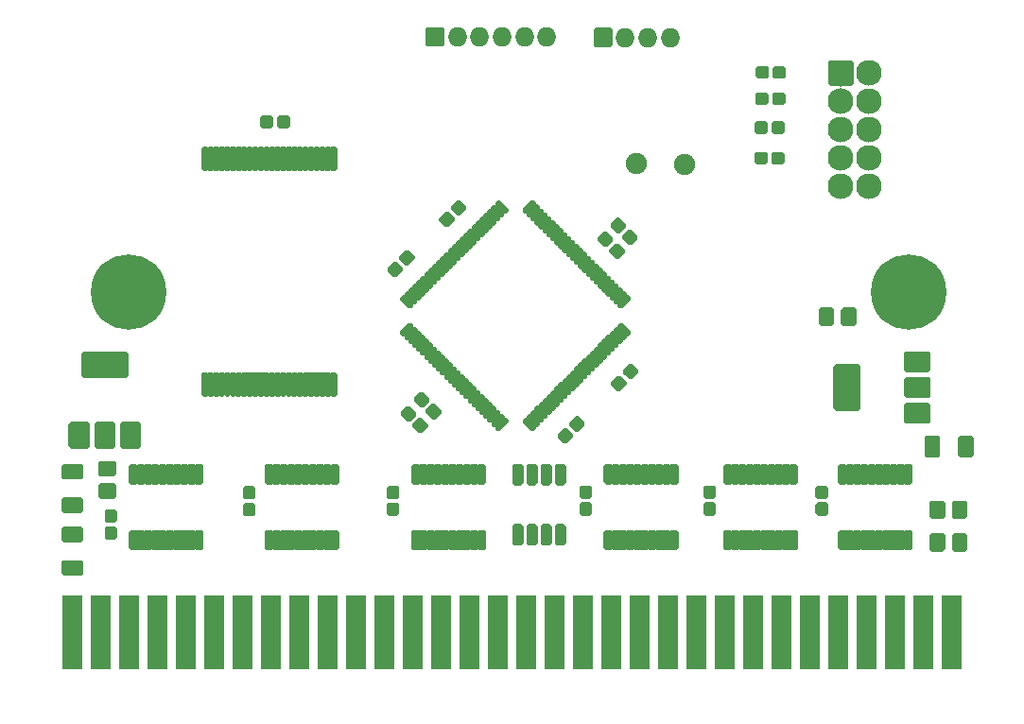
<source format=gbr>
G04 #@! TF.GenerationSoftware,KiCad,Pcbnew,(5.99.0-1468-g7e1294a4b)*
G04 #@! TF.CreationDate,2020-08-22T19:19:53+02:00*
G04 #@! TF.ProjectId,MD_Flash_8M,4d445f46-6c61-4736-985f-384d2e6b6963,rev?*
G04 #@! TF.SameCoordinates,Original*
G04 #@! TF.FileFunction,Soldermask,Top*
G04 #@! TF.FilePolarity,Negative*
%FSLAX46Y46*%
G04 Gerber Fmt 4.6, Leading zero omitted, Abs format (unit mm)*
G04 Created by KiCad (PCBNEW (5.99.0-1468-g7e1294a4b)) date 2020-08-22 19:19:53*
%MOMM*%
%LPD*%
G01*
G04 APERTURE LIST*
%ADD10O,1.750000X1.750000*%
%ADD11C,1.900000*%
%ADD12C,2.300000*%
%ADD13C,6.750000*%
G04 APERTURE END LIST*
G36*
G01*
X229800000Y-90845000D02*
X229800000Y-89595000D01*
G75*
G02*
X230000000Y-89395000I200000J0D01*
G01*
X231000000Y-89395000D01*
G75*
G02*
X231200000Y-89595000I0J-200000D01*
G01*
X231200000Y-90845000D01*
G75*
G02*
X231000000Y-91045000I-200000J0D01*
G01*
X230000000Y-91045000D01*
G75*
G02*
X229800000Y-90845000I0J200000D01*
G01*
G37*
G36*
G01*
X227800000Y-90845000D02*
X227800000Y-89595000D01*
G75*
G02*
X228000000Y-89395000I200000J0D01*
G01*
X229000000Y-89395000D01*
G75*
G02*
X229200000Y-89595000I0J-200000D01*
G01*
X229200000Y-90845000D01*
G75*
G02*
X229000000Y-91045000I-200000J0D01*
G01*
X228000000Y-91045000D01*
G75*
G02*
X227800000Y-90845000I0J200000D01*
G01*
G37*
G36*
G01*
X227800000Y-93765000D02*
X227800000Y-92515000D01*
G75*
G02*
X228000000Y-92315000I200000J0D01*
G01*
X229000000Y-92315000D01*
G75*
G02*
X229200000Y-92515000I0J-200000D01*
G01*
X229200000Y-93765000D01*
G75*
G02*
X229000000Y-93965000I-200000J0D01*
G01*
X228000000Y-93965000D01*
G75*
G02*
X227800000Y-93765000I0J200000D01*
G01*
G37*
G36*
G01*
X229800000Y-93765000D02*
X229800000Y-92515000D01*
G75*
G02*
X230000000Y-92315000I200000J0D01*
G01*
X231000000Y-92315000D01*
G75*
G02*
X231200000Y-92515000I0J-200000D01*
G01*
X231200000Y-93765000D01*
G75*
G02*
X231000000Y-93965000I-200000J0D01*
G01*
X230000000Y-93965000D01*
G75*
G02*
X229800000Y-93765000I0J200000D01*
G01*
G37*
G36*
G01*
X219870000Y-73555000D02*
X219870000Y-72305000D01*
G75*
G02*
X220070000Y-72105000I200000J0D01*
G01*
X221070000Y-72105000D01*
G75*
G02*
X221270000Y-72305000I0J-200000D01*
G01*
X221270000Y-73555000D01*
G75*
G02*
X221070000Y-73755000I-200000J0D01*
G01*
X220070000Y-73755000D01*
G75*
G02*
X219870000Y-73555000I0J200000D01*
G01*
G37*
G36*
G01*
X217870000Y-73555000D02*
X217870000Y-72305000D01*
G75*
G02*
X218070000Y-72105000I200000J0D01*
G01*
X219070000Y-72105000D01*
G75*
G02*
X219270000Y-72305000I0J-200000D01*
G01*
X219270000Y-73555000D01*
G75*
G02*
X219070000Y-73755000I-200000J0D01*
G01*
X218070000Y-73755000D01*
G75*
G02*
X217870000Y-73555000I0J200000D01*
G01*
G37*
G36*
G01*
X153545000Y-85840000D02*
X154795000Y-85840000D01*
G75*
G02*
X154995000Y-86040000I0J-200000D01*
G01*
X154995000Y-87040000D01*
G75*
G02*
X154795000Y-87240000I-200000J0D01*
G01*
X153545000Y-87240000D01*
G75*
G02*
X153345000Y-87040000I0J200000D01*
G01*
X153345000Y-86040000D01*
G75*
G02*
X153545000Y-85840000I200000J0D01*
G01*
G37*
G36*
G01*
X153545000Y-87840000D02*
X154795000Y-87840000D01*
G75*
G02*
X154995000Y-88040000I0J-200000D01*
G01*
X154995000Y-89040000D01*
G75*
G02*
X154795000Y-89240000I-200000J0D01*
G01*
X153545000Y-89240000D01*
G75*
G02*
X153345000Y-89040000I0J200000D01*
G01*
X153345000Y-88040000D01*
G75*
G02*
X153545000Y-87840000I200000J0D01*
G01*
G37*
G36*
G01*
X231750000Y-83750000D02*
X231750000Y-85350000D01*
G75*
G02*
X231550000Y-85550000I-200000J0D01*
G01*
X230550000Y-85550000D01*
G75*
G02*
X230350000Y-85350000I0J200000D01*
G01*
X230350000Y-83750000D01*
G75*
G02*
X230550000Y-83550000I200000J0D01*
G01*
X231550000Y-83550000D01*
G75*
G02*
X231750000Y-83750000I0J-200000D01*
G01*
G37*
G36*
G01*
X228750000Y-83750000D02*
X228750000Y-85350000D01*
G75*
G02*
X228550000Y-85550000I-200000J0D01*
G01*
X227550000Y-85550000D01*
G75*
G02*
X227350000Y-85350000I0J200000D01*
G01*
X227350000Y-83750000D01*
G75*
G02*
X227550000Y-83550000I200000J0D01*
G01*
X228550000Y-83550000D01*
G75*
G02*
X228750000Y-83750000I0J-200000D01*
G01*
G37*
G36*
G01*
X151860000Y-87520000D02*
X150260000Y-87520000D01*
G75*
G02*
X150060000Y-87320000I0J200000D01*
G01*
X150060000Y-86320000D01*
G75*
G02*
X150260000Y-86120000I200000J0D01*
G01*
X151860000Y-86120000D01*
G75*
G02*
X152060000Y-86320000I0J-200000D01*
G01*
X152060000Y-87320000D01*
G75*
G02*
X151860000Y-87520000I-200000J0D01*
G01*
G37*
G36*
G01*
X151860000Y-90520000D02*
X150260000Y-90520000D01*
G75*
G02*
X150060000Y-90320000I0J200000D01*
G01*
X150060000Y-89320000D01*
G75*
G02*
X150260000Y-89120000I200000J0D01*
G01*
X151860000Y-89120000D01*
G75*
G02*
X152060000Y-89320000I0J-200000D01*
G01*
X152060000Y-90320000D01*
G75*
G02*
X151860000Y-90520000I-200000J0D01*
G01*
G37*
G36*
G01*
X227900000Y-80825000D02*
X227900000Y-82325000D01*
G75*
G02*
X227700000Y-82525000I-200000J0D01*
G01*
X225700000Y-82525000D01*
G75*
G02*
X225500000Y-82325000I0J200000D01*
G01*
X225500000Y-80825000D01*
G75*
G02*
X225700000Y-80625000I200000J0D01*
G01*
X227700000Y-80625000D01*
G75*
G02*
X227900000Y-80825000I0J-200000D01*
G01*
G37*
G36*
G01*
X227900000Y-76225000D02*
X227900000Y-77725000D01*
G75*
G02*
X227700000Y-77925000I-200000J0D01*
G01*
X225700000Y-77925000D01*
G75*
G02*
X225500000Y-77725000I0J200000D01*
G01*
X225500000Y-76225000D01*
G75*
G02*
X225700000Y-76025000I200000J0D01*
G01*
X227700000Y-76025000D01*
G75*
G02*
X227900000Y-76225000I0J-200000D01*
G01*
G37*
G36*
G01*
X227900000Y-78525000D02*
X227900000Y-80025000D01*
G75*
G02*
X227700000Y-80225000I-200000J0D01*
G01*
X225700000Y-80225000D01*
G75*
G02*
X225500000Y-80025000I0J200000D01*
G01*
X225500000Y-78525000D01*
G75*
G02*
X225700000Y-78325000I200000J0D01*
G01*
X227700000Y-78325000D01*
G75*
G02*
X227900000Y-78525000I0J-200000D01*
G01*
G37*
G36*
G01*
X221600000Y-77375000D02*
X221600000Y-81175000D01*
G75*
G02*
X221400000Y-81375000I-200000J0D01*
G01*
X219400000Y-81375000D01*
G75*
G02*
X219200000Y-81175000I0J200000D01*
G01*
X219200000Y-77375000D01*
G75*
G02*
X219400000Y-77175000I200000J0D01*
G01*
X221400000Y-77175000D01*
G75*
G02*
X221600000Y-77375000I0J-200000D01*
G01*
G37*
G36*
G01*
X155850000Y-78450000D02*
X152050000Y-78450000D01*
G75*
G02*
X151850000Y-78250000I0J200000D01*
G01*
X151850000Y-76250000D01*
G75*
G02*
X152050000Y-76050000I200000J0D01*
G01*
X155850000Y-76050000D01*
G75*
G02*
X156050000Y-76250000I0J-200000D01*
G01*
X156050000Y-78250000D01*
G75*
G02*
X155850000Y-78450000I-200000J0D01*
G01*
G37*
G36*
G01*
X154700000Y-84750000D02*
X153200000Y-84750000D01*
G75*
G02*
X153000000Y-84550000I0J200000D01*
G01*
X153000000Y-82550000D01*
G75*
G02*
X153200000Y-82350000I200000J0D01*
G01*
X154700000Y-82350000D01*
G75*
G02*
X154900000Y-82550000I0J-200000D01*
G01*
X154900000Y-84550000D01*
G75*
G02*
X154700000Y-84750000I-200000J0D01*
G01*
G37*
G36*
G01*
X157000000Y-84750000D02*
X155500000Y-84750000D01*
G75*
G02*
X155300000Y-84550000I0J200000D01*
G01*
X155300000Y-82550000D01*
G75*
G02*
X155500000Y-82350000I200000J0D01*
G01*
X157000000Y-82350000D01*
G75*
G02*
X157200000Y-82550000I0J-200000D01*
G01*
X157200000Y-84550000D01*
G75*
G02*
X157000000Y-84750000I-200000J0D01*
G01*
G37*
G36*
G01*
X152400000Y-84750000D02*
X150900000Y-84750000D01*
G75*
G02*
X150700000Y-84550000I0J200000D01*
G01*
X150700000Y-82550000D01*
G75*
G02*
X150900000Y-82350000I200000J0D01*
G01*
X152400000Y-82350000D01*
G75*
G02*
X152600000Y-82550000I0J-200000D01*
G01*
X152600000Y-84550000D01*
G75*
G02*
X152400000Y-84750000I-200000J0D01*
G01*
G37*
G36*
G01*
X167875000Y-55850000D02*
X167875000Y-55100000D01*
G75*
G02*
X168075000Y-54900000I200000J0D01*
G01*
X168875000Y-54900000D01*
G75*
G02*
X169075000Y-55100000I0J-200000D01*
G01*
X169075000Y-55850000D01*
G75*
G02*
X168875000Y-56050000I-200000J0D01*
G01*
X168075000Y-56050000D01*
G75*
G02*
X167875000Y-55850000I0J200000D01*
G01*
G37*
G36*
G01*
X169375000Y-55850000D02*
X169375000Y-55100000D01*
G75*
G02*
X169575000Y-54900000I200000J0D01*
G01*
X170375000Y-54900000D01*
G75*
G02*
X170575000Y-55100000I0J-200000D01*
G01*
X170575000Y-55850000D01*
G75*
G02*
X170375000Y-56050000I-200000J0D01*
G01*
X169575000Y-56050000D01*
G75*
G02*
X169375000Y-55850000I0J200000D01*
G01*
G37*
G36*
G01*
X199250000Y-48800000D02*
X197900000Y-48800000D01*
G75*
G02*
X197700000Y-48600000I0J200000D01*
G01*
X197700000Y-47250000D01*
G75*
G02*
X197900000Y-47050000I200000J0D01*
G01*
X199250000Y-47050000D01*
G75*
G02*
X199450000Y-47250000I0J-200000D01*
G01*
X199450000Y-48600000D01*
G75*
G02*
X199250000Y-48800000I-200000J0D01*
G01*
G37*
D10*
X200575000Y-47925000D03*
X202575000Y-47925000D03*
X204575000Y-47925000D03*
G36*
G01*
X213325000Y-58350000D02*
X213325000Y-59100000D01*
G75*
G02*
X213125000Y-59300000I-200000J0D01*
G01*
X212325000Y-59300000D01*
G75*
G02*
X212125000Y-59100000I0J200000D01*
G01*
X212125000Y-58350000D01*
G75*
G02*
X212325000Y-58150000I200000J0D01*
G01*
X213125000Y-58150000D01*
G75*
G02*
X213325000Y-58350000I0J-200000D01*
G01*
G37*
G36*
G01*
X214825000Y-58350000D02*
X214825000Y-59100000D01*
G75*
G02*
X214625000Y-59300000I-200000J0D01*
G01*
X213825000Y-59300000D01*
G75*
G02*
X213625000Y-59100000I0J200000D01*
G01*
X213625000Y-58350000D01*
G75*
G02*
X213825000Y-58150000I200000J0D01*
G01*
X214625000Y-58150000D01*
G75*
G02*
X214825000Y-58350000I0J-200000D01*
G01*
G37*
G36*
G01*
X214825000Y-55625000D02*
X214825000Y-56375000D01*
G75*
G02*
X214625000Y-56575000I-200000J0D01*
G01*
X213825000Y-56575000D01*
G75*
G02*
X213625000Y-56375000I0J200000D01*
G01*
X213625000Y-55625000D01*
G75*
G02*
X213825000Y-55425000I200000J0D01*
G01*
X214625000Y-55425000D01*
G75*
G02*
X214825000Y-55625000I0J-200000D01*
G01*
G37*
G36*
G01*
X213325000Y-55625000D02*
X213325000Y-56375000D01*
G75*
G02*
X213125000Y-56575000I-200000J0D01*
G01*
X212325000Y-56575000D01*
G75*
G02*
X212125000Y-56375000I0J200000D01*
G01*
X212125000Y-55625000D01*
G75*
G02*
X212325000Y-55425000I200000J0D01*
G01*
X213125000Y-55425000D01*
G75*
G02*
X213325000Y-55625000I0J-200000D01*
G01*
G37*
G36*
G01*
X213400000Y-53025000D02*
X213400000Y-53775000D01*
G75*
G02*
X213200000Y-53975000I-200000J0D01*
G01*
X212400000Y-53975000D01*
G75*
G02*
X212200000Y-53775000I0J200000D01*
G01*
X212200000Y-53025000D01*
G75*
G02*
X212400000Y-52825000I200000J0D01*
G01*
X213200000Y-52825000D01*
G75*
G02*
X213400000Y-53025000I0J-200000D01*
G01*
G37*
G36*
G01*
X214900000Y-53025000D02*
X214900000Y-53775000D01*
G75*
G02*
X214700000Y-53975000I-200000J0D01*
G01*
X213900000Y-53975000D01*
G75*
G02*
X213700000Y-53775000I0J200000D01*
G01*
X213700000Y-53025000D01*
G75*
G02*
X213900000Y-52825000I200000J0D01*
G01*
X214700000Y-52825000D01*
G75*
G02*
X214900000Y-53025000I0J-200000D01*
G01*
G37*
G36*
G01*
X214925000Y-50675000D02*
X214925000Y-51425000D01*
G75*
G02*
X214725000Y-51625000I-200000J0D01*
G01*
X213925000Y-51625000D01*
G75*
G02*
X213725000Y-51425000I0J200000D01*
G01*
X213725000Y-50675000D01*
G75*
G02*
X213925000Y-50475000I200000J0D01*
G01*
X214725000Y-50475000D01*
G75*
G02*
X214925000Y-50675000I0J-200000D01*
G01*
G37*
G36*
G01*
X213425000Y-50675000D02*
X213425000Y-51425000D01*
G75*
G02*
X213225000Y-51625000I-200000J0D01*
G01*
X212425000Y-51625000D01*
G75*
G02*
X212225000Y-51425000I0J200000D01*
G01*
X212225000Y-50675000D01*
G75*
G02*
X212425000Y-50475000I200000J0D01*
G01*
X213225000Y-50475000D01*
G75*
G02*
X213425000Y-50675000I0J-200000D01*
G01*
G37*
G36*
G01*
X184200000Y-48750000D02*
X182850000Y-48750000D01*
G75*
G02*
X182650000Y-48550000I0J200000D01*
G01*
X182650000Y-47200000D01*
G75*
G02*
X182850000Y-47000000I200000J0D01*
G01*
X184200000Y-47000000D01*
G75*
G02*
X184400000Y-47200000I0J-200000D01*
G01*
X184400000Y-48550000D01*
G75*
G02*
X184200000Y-48750000I-200000J0D01*
G01*
G37*
X185525000Y-47875000D03*
X187525000Y-47875000D03*
X189525000Y-47875000D03*
X191525000Y-47875000D03*
X193525000Y-47875000D03*
D11*
X205850000Y-59300000D03*
G36*
G01*
X218905000Y-49945000D02*
X220805000Y-49945000D01*
G75*
G02*
X221005000Y-50145000I0J-200000D01*
G01*
X221005000Y-52045000D01*
G75*
G02*
X220805000Y-52245000I-200000J0D01*
G01*
X218905000Y-52245000D01*
G75*
G02*
X218705000Y-52045000I0J200000D01*
G01*
X218705000Y-50145000D01*
G75*
G02*
X218905000Y-49945000I200000J0D01*
G01*
G37*
D12*
X222395000Y-51095000D03*
X219855000Y-53635000D03*
X222395000Y-53635000D03*
X219855000Y-56175000D03*
X222395000Y-56175000D03*
X219855000Y-58715000D03*
X222395000Y-58715000D03*
X219855000Y-61255000D03*
X222395000Y-61255000D03*
G36*
G01*
X180103769Y-68015901D02*
X180634099Y-68546231D01*
G75*
G02*
X180634099Y-68829073I-141421J-141421D01*
G01*
X180068413Y-69394759D01*
G75*
G02*
X179785571Y-69394759I-141421J141421D01*
G01*
X179255241Y-68864429D01*
G75*
G02*
X179255241Y-68581587I141421J141421D01*
G01*
X179820927Y-68015901D01*
G75*
G02*
X180103769Y-68015901I141421J-141421D01*
G01*
G37*
G36*
G01*
X181164429Y-66955241D02*
X181694759Y-67485571D01*
G75*
G02*
X181694759Y-67768413I-141421J-141421D01*
G01*
X181129073Y-68334099D01*
G75*
G02*
X180846231Y-68334099I-141421J141421D01*
G01*
X180315901Y-67803769D01*
G75*
G02*
X180315901Y-67520927I141421J141421D01*
G01*
X180881587Y-66955241D01*
G75*
G02*
X181164429Y-66955241I141421J-141421D01*
G01*
G37*
G36*
G01*
X185789429Y-62480241D02*
X186319759Y-63010571D01*
G75*
G02*
X186319759Y-63293413I-141421J-141421D01*
G01*
X185754073Y-63859099D01*
G75*
G02*
X185471231Y-63859099I-141421J141421D01*
G01*
X184940901Y-63328769D01*
G75*
G02*
X184940901Y-63045927I141421J141421D01*
G01*
X185506587Y-62480241D01*
G75*
G02*
X185789429Y-62480241I141421J-141421D01*
G01*
G37*
G36*
G01*
X184728769Y-63540901D02*
X185259099Y-64071231D01*
G75*
G02*
X185259099Y-64354073I-141421J-141421D01*
G01*
X184693413Y-64919759D01*
G75*
G02*
X184410571Y-64919759I-141421J141421D01*
G01*
X183880241Y-64389429D01*
G75*
G02*
X183880241Y-64106587I141421J141421D01*
G01*
X184445927Y-63540901D01*
G75*
G02*
X184728769Y-63540901I141421J-141421D01*
G01*
G37*
G36*
G01*
X201669759Y-65964429D02*
X201139429Y-66494759D01*
G75*
G02*
X200856587Y-66494759I-141421J141421D01*
G01*
X200290901Y-65929073D01*
G75*
G02*
X200290901Y-65646231I141421J141421D01*
G01*
X200821231Y-65115901D01*
G75*
G02*
X201104073Y-65115901I141421J-141421D01*
G01*
X201669759Y-65681587D01*
G75*
G02*
X201669759Y-65964429I-141421J-141421D01*
G01*
G37*
G36*
G01*
X200609099Y-64903769D02*
X200078769Y-65434099D01*
G75*
G02*
X199795927Y-65434099I-141421J141421D01*
G01*
X199230241Y-64868413D01*
G75*
G02*
X199230241Y-64585571I141421J141421D01*
G01*
X199760571Y-64055241D01*
G75*
G02*
X200043413Y-64055241I141421J-141421D01*
G01*
X200609099Y-64620927D01*
G75*
G02*
X200609099Y-64903769I-141421J-141421D01*
G01*
G37*
G36*
G01*
X199434099Y-66153769D02*
X198903769Y-66684099D01*
G75*
G02*
X198620927Y-66684099I-141421J141421D01*
G01*
X198055241Y-66118413D01*
G75*
G02*
X198055241Y-65835571I141421J141421D01*
G01*
X198585571Y-65305241D01*
G75*
G02*
X198868413Y-65305241I141421J-141421D01*
G01*
X199434099Y-65870927D01*
G75*
G02*
X199434099Y-66153769I-141421J-141421D01*
G01*
G37*
G36*
G01*
X200494759Y-67214429D02*
X199964429Y-67744759D01*
G75*
G02*
X199681587Y-67744759I-141421J141421D01*
G01*
X199115901Y-67179073D01*
G75*
G02*
X199115901Y-66896231I141421J141421D01*
G01*
X199646231Y-66365901D01*
G75*
G02*
X199929073Y-66365901I141421J-141421D01*
G01*
X200494759Y-66931587D01*
G75*
G02*
X200494759Y-67214429I-141421J-141421D01*
G01*
G37*
G36*
G01*
X200153769Y-78215901D02*
X200684099Y-78746231D01*
G75*
G02*
X200684099Y-79029073I-141421J-141421D01*
G01*
X200118413Y-79594759D01*
G75*
G02*
X199835571Y-79594759I-141421J141421D01*
G01*
X199305241Y-79064429D01*
G75*
G02*
X199305241Y-78781587I141421J141421D01*
G01*
X199870927Y-78215901D01*
G75*
G02*
X200153769Y-78215901I141421J-141421D01*
G01*
G37*
G36*
G01*
X201214429Y-77155241D02*
X201744759Y-77685571D01*
G75*
G02*
X201744759Y-77968413I-141421J-141421D01*
G01*
X201179073Y-78534099D01*
G75*
G02*
X200896231Y-78534099I-141421J141421D01*
G01*
X200365901Y-78003769D01*
G75*
G02*
X200365901Y-77720927I141421J141421D01*
G01*
X200931587Y-77155241D01*
G75*
G02*
X201214429Y-77155241I141421J-141421D01*
G01*
G37*
G36*
G01*
X196389429Y-81855241D02*
X196919759Y-82385571D01*
G75*
G02*
X196919759Y-82668413I-141421J-141421D01*
G01*
X196354073Y-83234099D01*
G75*
G02*
X196071231Y-83234099I-141421J141421D01*
G01*
X195540901Y-82703769D01*
G75*
G02*
X195540901Y-82420927I141421J141421D01*
G01*
X196106587Y-81855241D01*
G75*
G02*
X196389429Y-81855241I141421J-141421D01*
G01*
G37*
G36*
G01*
X195328769Y-82915901D02*
X195859099Y-83446231D01*
G75*
G02*
X195859099Y-83729073I-141421J-141421D01*
G01*
X195293413Y-84294759D01*
G75*
G02*
X195010571Y-84294759I-141421J141421D01*
G01*
X194480241Y-83764429D01*
G75*
G02*
X194480241Y-83481587I141421J141421D01*
G01*
X195045927Y-82915901D01*
G75*
G02*
X195328769Y-82915901I141421J-141421D01*
G01*
G37*
G36*
G01*
X182894759Y-82839429D02*
X182364429Y-83369759D01*
G75*
G02*
X182081587Y-83369759I-141421J141421D01*
G01*
X181515901Y-82804073D01*
G75*
G02*
X181515901Y-82521231I141421J141421D01*
G01*
X182046231Y-81990901D01*
G75*
G02*
X182329073Y-81990901I141421J-141421D01*
G01*
X182894759Y-82556587D01*
G75*
G02*
X182894759Y-82839429I-141421J-141421D01*
G01*
G37*
G36*
G01*
X181834099Y-81778769D02*
X181303769Y-82309099D01*
G75*
G02*
X181020927Y-82309099I-141421J141421D01*
G01*
X180455241Y-81743413D01*
G75*
G02*
X180455241Y-81460571I141421J141421D01*
G01*
X180985571Y-80930241D01*
G75*
G02*
X181268413Y-80930241I141421J-141421D01*
G01*
X181834099Y-81495927D01*
G75*
G02*
X181834099Y-81778769I-141421J-141421D01*
G01*
G37*
G36*
G01*
X183009099Y-80528769D02*
X182478769Y-81059099D01*
G75*
G02*
X182195927Y-81059099I-141421J141421D01*
G01*
X181630241Y-80493413D01*
G75*
G02*
X181630241Y-80210571I141421J141421D01*
G01*
X182160571Y-79680241D01*
G75*
G02*
X182443413Y-79680241I141421J-141421D01*
G01*
X183009099Y-80245927D01*
G75*
G02*
X183009099Y-80528769I-141421J-141421D01*
G01*
G37*
G36*
G01*
X184069759Y-81589429D02*
X183539429Y-82119759D01*
G75*
G02*
X183256587Y-82119759I-141421J141421D01*
G01*
X182690901Y-81554073D01*
G75*
G02*
X182690901Y-81271231I141421J141421D01*
G01*
X183221231Y-80740901D01*
G75*
G02*
X183504073Y-80740901I141421J-141421D01*
G01*
X184069759Y-81306587D01*
G75*
G02*
X184069759Y-81589429I-141421J-141421D01*
G01*
G37*
G36*
G01*
X208500000Y-90750000D02*
X207750000Y-90750000D01*
G75*
G02*
X207550000Y-90550000I0J200000D01*
G01*
X207550000Y-89750000D01*
G75*
G02*
X207750000Y-89550000I200000J0D01*
G01*
X208500000Y-89550000D01*
G75*
G02*
X208700000Y-89750000I0J-200000D01*
G01*
X208700000Y-90550000D01*
G75*
G02*
X208500000Y-90750000I-200000J0D01*
G01*
G37*
G36*
G01*
X208500000Y-89250000D02*
X207750000Y-89250000D01*
G75*
G02*
X207550000Y-89050000I0J200000D01*
G01*
X207550000Y-88250000D01*
G75*
G02*
X207750000Y-88050000I200000J0D01*
G01*
X208500000Y-88050000D01*
G75*
G02*
X208700000Y-88250000I0J-200000D01*
G01*
X208700000Y-89050000D01*
G75*
G02*
X208500000Y-89250000I-200000J0D01*
G01*
G37*
G36*
G01*
X197400000Y-89250000D02*
X196650000Y-89250000D01*
G75*
G02*
X196450000Y-89050000I0J200000D01*
G01*
X196450000Y-88250000D01*
G75*
G02*
X196650000Y-88050000I200000J0D01*
G01*
X197400000Y-88050000D01*
G75*
G02*
X197600000Y-88250000I0J-200000D01*
G01*
X197600000Y-89050000D01*
G75*
G02*
X197400000Y-89250000I-200000J0D01*
G01*
G37*
G36*
G01*
X197400000Y-90750000D02*
X196650000Y-90750000D01*
G75*
G02*
X196450000Y-90550000I0J200000D01*
G01*
X196450000Y-89750000D01*
G75*
G02*
X196650000Y-89550000I200000J0D01*
G01*
X197400000Y-89550000D01*
G75*
G02*
X197600000Y-89750000I0J-200000D01*
G01*
X197600000Y-90550000D01*
G75*
G02*
X197400000Y-90750000I-200000J0D01*
G01*
G37*
G36*
G01*
X218525000Y-89250000D02*
X217775000Y-89250000D01*
G75*
G02*
X217575000Y-89050000I0J200000D01*
G01*
X217575000Y-88250000D01*
G75*
G02*
X217775000Y-88050000I200000J0D01*
G01*
X218525000Y-88050000D01*
G75*
G02*
X218725000Y-88250000I0J-200000D01*
G01*
X218725000Y-89050000D01*
G75*
G02*
X218525000Y-89250000I-200000J0D01*
G01*
G37*
G36*
G01*
X218525000Y-90750000D02*
X217775000Y-90750000D01*
G75*
G02*
X217575000Y-90550000I0J200000D01*
G01*
X217575000Y-89750000D01*
G75*
G02*
X217775000Y-89550000I200000J0D01*
G01*
X218525000Y-89550000D01*
G75*
G02*
X218725000Y-89750000I0J-200000D01*
G01*
X218725000Y-90550000D01*
G75*
G02*
X218525000Y-90750000I-200000J0D01*
G01*
G37*
G36*
G01*
X199275000Y-87975000D02*
X198825000Y-87975000D01*
G75*
G02*
X198625000Y-87775000I0J200000D01*
G01*
X198625000Y-86325000D01*
G75*
G02*
X198825000Y-86125000I200000J0D01*
G01*
X199275000Y-86125000D01*
G75*
G02*
X199475000Y-86325000I0J-200000D01*
G01*
X199475000Y-87775000D01*
G75*
G02*
X199275000Y-87975000I-200000J0D01*
G01*
G37*
G36*
G01*
X199925000Y-87975000D02*
X199475000Y-87975000D01*
G75*
G02*
X199275000Y-87775000I0J200000D01*
G01*
X199275000Y-86325000D01*
G75*
G02*
X199475000Y-86125000I200000J0D01*
G01*
X199925000Y-86125000D01*
G75*
G02*
X200125000Y-86325000I0J-200000D01*
G01*
X200125000Y-87775000D01*
G75*
G02*
X199925000Y-87975000I-200000J0D01*
G01*
G37*
G36*
G01*
X200575000Y-87975000D02*
X200125000Y-87975000D01*
G75*
G02*
X199925000Y-87775000I0J200000D01*
G01*
X199925000Y-86325000D01*
G75*
G02*
X200125000Y-86125000I200000J0D01*
G01*
X200575000Y-86125000D01*
G75*
G02*
X200775000Y-86325000I0J-200000D01*
G01*
X200775000Y-87775000D01*
G75*
G02*
X200575000Y-87975000I-200000J0D01*
G01*
G37*
G36*
G01*
X201225000Y-87975000D02*
X200775000Y-87975000D01*
G75*
G02*
X200575000Y-87775000I0J200000D01*
G01*
X200575000Y-86325000D01*
G75*
G02*
X200775000Y-86125000I200000J0D01*
G01*
X201225000Y-86125000D01*
G75*
G02*
X201425000Y-86325000I0J-200000D01*
G01*
X201425000Y-87775000D01*
G75*
G02*
X201225000Y-87975000I-200000J0D01*
G01*
G37*
G36*
G01*
X201875000Y-87975000D02*
X201425000Y-87975000D01*
G75*
G02*
X201225000Y-87775000I0J200000D01*
G01*
X201225000Y-86325000D01*
G75*
G02*
X201425000Y-86125000I200000J0D01*
G01*
X201875000Y-86125000D01*
G75*
G02*
X202075000Y-86325000I0J-200000D01*
G01*
X202075000Y-87775000D01*
G75*
G02*
X201875000Y-87975000I-200000J0D01*
G01*
G37*
G36*
G01*
X202525000Y-87975000D02*
X202075000Y-87975000D01*
G75*
G02*
X201875000Y-87775000I0J200000D01*
G01*
X201875000Y-86325000D01*
G75*
G02*
X202075000Y-86125000I200000J0D01*
G01*
X202525000Y-86125000D01*
G75*
G02*
X202725000Y-86325000I0J-200000D01*
G01*
X202725000Y-87775000D01*
G75*
G02*
X202525000Y-87975000I-200000J0D01*
G01*
G37*
G36*
G01*
X203175000Y-87975000D02*
X202725000Y-87975000D01*
G75*
G02*
X202525000Y-87775000I0J200000D01*
G01*
X202525000Y-86325000D01*
G75*
G02*
X202725000Y-86125000I200000J0D01*
G01*
X203175000Y-86125000D01*
G75*
G02*
X203375000Y-86325000I0J-200000D01*
G01*
X203375000Y-87775000D01*
G75*
G02*
X203175000Y-87975000I-200000J0D01*
G01*
G37*
G36*
G01*
X203825000Y-87975000D02*
X203375000Y-87975000D01*
G75*
G02*
X203175000Y-87775000I0J200000D01*
G01*
X203175000Y-86325000D01*
G75*
G02*
X203375000Y-86125000I200000J0D01*
G01*
X203825000Y-86125000D01*
G75*
G02*
X204025000Y-86325000I0J-200000D01*
G01*
X204025000Y-87775000D01*
G75*
G02*
X203825000Y-87975000I-200000J0D01*
G01*
G37*
G36*
G01*
X204475000Y-87975000D02*
X204025000Y-87975000D01*
G75*
G02*
X203825000Y-87775000I0J200000D01*
G01*
X203825000Y-86325000D01*
G75*
G02*
X204025000Y-86125000I200000J0D01*
G01*
X204475000Y-86125000D01*
G75*
G02*
X204675000Y-86325000I0J-200000D01*
G01*
X204675000Y-87775000D01*
G75*
G02*
X204475000Y-87975000I-200000J0D01*
G01*
G37*
G36*
G01*
X205125000Y-87975000D02*
X204675000Y-87975000D01*
G75*
G02*
X204475000Y-87775000I0J200000D01*
G01*
X204475000Y-86325000D01*
G75*
G02*
X204675000Y-86125000I200000J0D01*
G01*
X205125000Y-86125000D01*
G75*
G02*
X205325000Y-86325000I0J-200000D01*
G01*
X205325000Y-87775000D01*
G75*
G02*
X205125000Y-87975000I-200000J0D01*
G01*
G37*
G36*
G01*
X205125000Y-93875000D02*
X204675000Y-93875000D01*
G75*
G02*
X204475000Y-93675000I0J200000D01*
G01*
X204475000Y-92225000D01*
G75*
G02*
X204675000Y-92025000I200000J0D01*
G01*
X205125000Y-92025000D01*
G75*
G02*
X205325000Y-92225000I0J-200000D01*
G01*
X205325000Y-93675000D01*
G75*
G02*
X205125000Y-93875000I-200000J0D01*
G01*
G37*
G36*
G01*
X204475000Y-93875000D02*
X204025000Y-93875000D01*
G75*
G02*
X203825000Y-93675000I0J200000D01*
G01*
X203825000Y-92225000D01*
G75*
G02*
X204025000Y-92025000I200000J0D01*
G01*
X204475000Y-92025000D01*
G75*
G02*
X204675000Y-92225000I0J-200000D01*
G01*
X204675000Y-93675000D01*
G75*
G02*
X204475000Y-93875000I-200000J0D01*
G01*
G37*
G36*
G01*
X203825000Y-93875000D02*
X203375000Y-93875000D01*
G75*
G02*
X203175000Y-93675000I0J200000D01*
G01*
X203175000Y-92225000D01*
G75*
G02*
X203375000Y-92025000I200000J0D01*
G01*
X203825000Y-92025000D01*
G75*
G02*
X204025000Y-92225000I0J-200000D01*
G01*
X204025000Y-93675000D01*
G75*
G02*
X203825000Y-93875000I-200000J0D01*
G01*
G37*
G36*
G01*
X203175000Y-93875000D02*
X202725000Y-93875000D01*
G75*
G02*
X202525000Y-93675000I0J200000D01*
G01*
X202525000Y-92225000D01*
G75*
G02*
X202725000Y-92025000I200000J0D01*
G01*
X203175000Y-92025000D01*
G75*
G02*
X203375000Y-92225000I0J-200000D01*
G01*
X203375000Y-93675000D01*
G75*
G02*
X203175000Y-93875000I-200000J0D01*
G01*
G37*
G36*
G01*
X202525000Y-93875000D02*
X202075000Y-93875000D01*
G75*
G02*
X201875000Y-93675000I0J200000D01*
G01*
X201875000Y-92225000D01*
G75*
G02*
X202075000Y-92025000I200000J0D01*
G01*
X202525000Y-92025000D01*
G75*
G02*
X202725000Y-92225000I0J-200000D01*
G01*
X202725000Y-93675000D01*
G75*
G02*
X202525000Y-93875000I-200000J0D01*
G01*
G37*
G36*
G01*
X201875000Y-93875000D02*
X201425000Y-93875000D01*
G75*
G02*
X201225000Y-93675000I0J200000D01*
G01*
X201225000Y-92225000D01*
G75*
G02*
X201425000Y-92025000I200000J0D01*
G01*
X201875000Y-92025000D01*
G75*
G02*
X202075000Y-92225000I0J-200000D01*
G01*
X202075000Y-93675000D01*
G75*
G02*
X201875000Y-93875000I-200000J0D01*
G01*
G37*
G36*
G01*
X201225000Y-93875000D02*
X200775000Y-93875000D01*
G75*
G02*
X200575000Y-93675000I0J200000D01*
G01*
X200575000Y-92225000D01*
G75*
G02*
X200775000Y-92025000I200000J0D01*
G01*
X201225000Y-92025000D01*
G75*
G02*
X201425000Y-92225000I0J-200000D01*
G01*
X201425000Y-93675000D01*
G75*
G02*
X201225000Y-93875000I-200000J0D01*
G01*
G37*
G36*
G01*
X200575000Y-93875000D02*
X200125000Y-93875000D01*
G75*
G02*
X199925000Y-93675000I0J200000D01*
G01*
X199925000Y-92225000D01*
G75*
G02*
X200125000Y-92025000I200000J0D01*
G01*
X200575000Y-92025000D01*
G75*
G02*
X200775000Y-92225000I0J-200000D01*
G01*
X200775000Y-93675000D01*
G75*
G02*
X200575000Y-93875000I-200000J0D01*
G01*
G37*
G36*
G01*
X199925000Y-93875000D02*
X199475000Y-93875000D01*
G75*
G02*
X199275000Y-93675000I0J200000D01*
G01*
X199275000Y-92225000D01*
G75*
G02*
X199475000Y-92025000I200000J0D01*
G01*
X199925000Y-92025000D01*
G75*
G02*
X200125000Y-92225000I0J-200000D01*
G01*
X200125000Y-93675000D01*
G75*
G02*
X199925000Y-93875000I-200000J0D01*
G01*
G37*
G36*
G01*
X199275000Y-93875000D02*
X198825000Y-93875000D01*
G75*
G02*
X198625000Y-93675000I0J200000D01*
G01*
X198625000Y-92225000D01*
G75*
G02*
X198825000Y-92025000I200000J0D01*
G01*
X199275000Y-92025000D01*
G75*
G02*
X199475000Y-92225000I0J-200000D01*
G01*
X199475000Y-93675000D01*
G75*
G02*
X199275000Y-93875000I-200000J0D01*
G01*
G37*
G36*
G01*
X209975000Y-87975000D02*
X209525000Y-87975000D01*
G75*
G02*
X209325000Y-87775000I0J200000D01*
G01*
X209325000Y-86325000D01*
G75*
G02*
X209525000Y-86125000I200000J0D01*
G01*
X209975000Y-86125000D01*
G75*
G02*
X210175000Y-86325000I0J-200000D01*
G01*
X210175000Y-87775000D01*
G75*
G02*
X209975000Y-87975000I-200000J0D01*
G01*
G37*
G36*
G01*
X210625000Y-87975000D02*
X210175000Y-87975000D01*
G75*
G02*
X209975000Y-87775000I0J200000D01*
G01*
X209975000Y-86325000D01*
G75*
G02*
X210175000Y-86125000I200000J0D01*
G01*
X210625000Y-86125000D01*
G75*
G02*
X210825000Y-86325000I0J-200000D01*
G01*
X210825000Y-87775000D01*
G75*
G02*
X210625000Y-87975000I-200000J0D01*
G01*
G37*
G36*
G01*
X211275000Y-87975000D02*
X210825000Y-87975000D01*
G75*
G02*
X210625000Y-87775000I0J200000D01*
G01*
X210625000Y-86325000D01*
G75*
G02*
X210825000Y-86125000I200000J0D01*
G01*
X211275000Y-86125000D01*
G75*
G02*
X211475000Y-86325000I0J-200000D01*
G01*
X211475000Y-87775000D01*
G75*
G02*
X211275000Y-87975000I-200000J0D01*
G01*
G37*
G36*
G01*
X211925000Y-87975000D02*
X211475000Y-87975000D01*
G75*
G02*
X211275000Y-87775000I0J200000D01*
G01*
X211275000Y-86325000D01*
G75*
G02*
X211475000Y-86125000I200000J0D01*
G01*
X211925000Y-86125000D01*
G75*
G02*
X212125000Y-86325000I0J-200000D01*
G01*
X212125000Y-87775000D01*
G75*
G02*
X211925000Y-87975000I-200000J0D01*
G01*
G37*
G36*
G01*
X212575000Y-87975000D02*
X212125000Y-87975000D01*
G75*
G02*
X211925000Y-87775000I0J200000D01*
G01*
X211925000Y-86325000D01*
G75*
G02*
X212125000Y-86125000I200000J0D01*
G01*
X212575000Y-86125000D01*
G75*
G02*
X212775000Y-86325000I0J-200000D01*
G01*
X212775000Y-87775000D01*
G75*
G02*
X212575000Y-87975000I-200000J0D01*
G01*
G37*
G36*
G01*
X213225000Y-87975000D02*
X212775000Y-87975000D01*
G75*
G02*
X212575000Y-87775000I0J200000D01*
G01*
X212575000Y-86325000D01*
G75*
G02*
X212775000Y-86125000I200000J0D01*
G01*
X213225000Y-86125000D01*
G75*
G02*
X213425000Y-86325000I0J-200000D01*
G01*
X213425000Y-87775000D01*
G75*
G02*
X213225000Y-87975000I-200000J0D01*
G01*
G37*
G36*
G01*
X213875000Y-87975000D02*
X213425000Y-87975000D01*
G75*
G02*
X213225000Y-87775000I0J200000D01*
G01*
X213225000Y-86325000D01*
G75*
G02*
X213425000Y-86125000I200000J0D01*
G01*
X213875000Y-86125000D01*
G75*
G02*
X214075000Y-86325000I0J-200000D01*
G01*
X214075000Y-87775000D01*
G75*
G02*
X213875000Y-87975000I-200000J0D01*
G01*
G37*
G36*
G01*
X214525000Y-87975000D02*
X214075000Y-87975000D01*
G75*
G02*
X213875000Y-87775000I0J200000D01*
G01*
X213875000Y-86325000D01*
G75*
G02*
X214075000Y-86125000I200000J0D01*
G01*
X214525000Y-86125000D01*
G75*
G02*
X214725000Y-86325000I0J-200000D01*
G01*
X214725000Y-87775000D01*
G75*
G02*
X214525000Y-87975000I-200000J0D01*
G01*
G37*
G36*
G01*
X215175000Y-87975000D02*
X214725000Y-87975000D01*
G75*
G02*
X214525000Y-87775000I0J200000D01*
G01*
X214525000Y-86325000D01*
G75*
G02*
X214725000Y-86125000I200000J0D01*
G01*
X215175000Y-86125000D01*
G75*
G02*
X215375000Y-86325000I0J-200000D01*
G01*
X215375000Y-87775000D01*
G75*
G02*
X215175000Y-87975000I-200000J0D01*
G01*
G37*
G36*
G01*
X215825000Y-87975000D02*
X215375000Y-87975000D01*
G75*
G02*
X215175000Y-87775000I0J200000D01*
G01*
X215175000Y-86325000D01*
G75*
G02*
X215375000Y-86125000I200000J0D01*
G01*
X215825000Y-86125000D01*
G75*
G02*
X216025000Y-86325000I0J-200000D01*
G01*
X216025000Y-87775000D01*
G75*
G02*
X215825000Y-87975000I-200000J0D01*
G01*
G37*
G36*
G01*
X215825000Y-93875000D02*
X215375000Y-93875000D01*
G75*
G02*
X215175000Y-93675000I0J200000D01*
G01*
X215175000Y-92225000D01*
G75*
G02*
X215375000Y-92025000I200000J0D01*
G01*
X215825000Y-92025000D01*
G75*
G02*
X216025000Y-92225000I0J-200000D01*
G01*
X216025000Y-93675000D01*
G75*
G02*
X215825000Y-93875000I-200000J0D01*
G01*
G37*
G36*
G01*
X215175000Y-93875000D02*
X214725000Y-93875000D01*
G75*
G02*
X214525000Y-93675000I0J200000D01*
G01*
X214525000Y-92225000D01*
G75*
G02*
X214725000Y-92025000I200000J0D01*
G01*
X215175000Y-92025000D01*
G75*
G02*
X215375000Y-92225000I0J-200000D01*
G01*
X215375000Y-93675000D01*
G75*
G02*
X215175000Y-93875000I-200000J0D01*
G01*
G37*
G36*
G01*
X214525000Y-93875000D02*
X214075000Y-93875000D01*
G75*
G02*
X213875000Y-93675000I0J200000D01*
G01*
X213875000Y-92225000D01*
G75*
G02*
X214075000Y-92025000I200000J0D01*
G01*
X214525000Y-92025000D01*
G75*
G02*
X214725000Y-92225000I0J-200000D01*
G01*
X214725000Y-93675000D01*
G75*
G02*
X214525000Y-93875000I-200000J0D01*
G01*
G37*
G36*
G01*
X213875000Y-93875000D02*
X213425000Y-93875000D01*
G75*
G02*
X213225000Y-93675000I0J200000D01*
G01*
X213225000Y-92225000D01*
G75*
G02*
X213425000Y-92025000I200000J0D01*
G01*
X213875000Y-92025000D01*
G75*
G02*
X214075000Y-92225000I0J-200000D01*
G01*
X214075000Y-93675000D01*
G75*
G02*
X213875000Y-93875000I-200000J0D01*
G01*
G37*
G36*
G01*
X213225000Y-93875000D02*
X212775000Y-93875000D01*
G75*
G02*
X212575000Y-93675000I0J200000D01*
G01*
X212575000Y-92225000D01*
G75*
G02*
X212775000Y-92025000I200000J0D01*
G01*
X213225000Y-92025000D01*
G75*
G02*
X213425000Y-92225000I0J-200000D01*
G01*
X213425000Y-93675000D01*
G75*
G02*
X213225000Y-93875000I-200000J0D01*
G01*
G37*
G36*
G01*
X212575000Y-93875000D02*
X212125000Y-93875000D01*
G75*
G02*
X211925000Y-93675000I0J200000D01*
G01*
X211925000Y-92225000D01*
G75*
G02*
X212125000Y-92025000I200000J0D01*
G01*
X212575000Y-92025000D01*
G75*
G02*
X212775000Y-92225000I0J-200000D01*
G01*
X212775000Y-93675000D01*
G75*
G02*
X212575000Y-93875000I-200000J0D01*
G01*
G37*
G36*
G01*
X211925000Y-93875000D02*
X211475000Y-93875000D01*
G75*
G02*
X211275000Y-93675000I0J200000D01*
G01*
X211275000Y-92225000D01*
G75*
G02*
X211475000Y-92025000I200000J0D01*
G01*
X211925000Y-92025000D01*
G75*
G02*
X212125000Y-92225000I0J-200000D01*
G01*
X212125000Y-93675000D01*
G75*
G02*
X211925000Y-93875000I-200000J0D01*
G01*
G37*
G36*
G01*
X211275000Y-93875000D02*
X210825000Y-93875000D01*
G75*
G02*
X210625000Y-93675000I0J200000D01*
G01*
X210625000Y-92225000D01*
G75*
G02*
X210825000Y-92025000I200000J0D01*
G01*
X211275000Y-92025000D01*
G75*
G02*
X211475000Y-92225000I0J-200000D01*
G01*
X211475000Y-93675000D01*
G75*
G02*
X211275000Y-93875000I-200000J0D01*
G01*
G37*
G36*
G01*
X210625000Y-93875000D02*
X210175000Y-93875000D01*
G75*
G02*
X209975000Y-93675000I0J200000D01*
G01*
X209975000Y-92225000D01*
G75*
G02*
X210175000Y-92025000I200000J0D01*
G01*
X210625000Y-92025000D01*
G75*
G02*
X210825000Y-92225000I0J-200000D01*
G01*
X210825000Y-93675000D01*
G75*
G02*
X210625000Y-93875000I-200000J0D01*
G01*
G37*
G36*
G01*
X209975000Y-93875000D02*
X209525000Y-93875000D01*
G75*
G02*
X209325000Y-93675000I0J200000D01*
G01*
X209325000Y-92225000D01*
G75*
G02*
X209525000Y-92025000I200000J0D01*
G01*
X209975000Y-92025000D01*
G75*
G02*
X210175000Y-92225000I0J-200000D01*
G01*
X210175000Y-93675000D01*
G75*
G02*
X209975000Y-93875000I-200000J0D01*
G01*
G37*
G36*
G01*
X220250000Y-87975000D02*
X219800000Y-87975000D01*
G75*
G02*
X219600000Y-87775000I0J200000D01*
G01*
X219600000Y-86325000D01*
G75*
G02*
X219800000Y-86125000I200000J0D01*
G01*
X220250000Y-86125000D01*
G75*
G02*
X220450000Y-86325000I0J-200000D01*
G01*
X220450000Y-87775000D01*
G75*
G02*
X220250000Y-87975000I-200000J0D01*
G01*
G37*
G36*
G01*
X220900000Y-87975000D02*
X220450000Y-87975000D01*
G75*
G02*
X220250000Y-87775000I0J200000D01*
G01*
X220250000Y-86325000D01*
G75*
G02*
X220450000Y-86125000I200000J0D01*
G01*
X220900000Y-86125000D01*
G75*
G02*
X221100000Y-86325000I0J-200000D01*
G01*
X221100000Y-87775000D01*
G75*
G02*
X220900000Y-87975000I-200000J0D01*
G01*
G37*
G36*
G01*
X221550000Y-87975000D02*
X221100000Y-87975000D01*
G75*
G02*
X220900000Y-87775000I0J200000D01*
G01*
X220900000Y-86325000D01*
G75*
G02*
X221100000Y-86125000I200000J0D01*
G01*
X221550000Y-86125000D01*
G75*
G02*
X221750000Y-86325000I0J-200000D01*
G01*
X221750000Y-87775000D01*
G75*
G02*
X221550000Y-87975000I-200000J0D01*
G01*
G37*
G36*
G01*
X222200000Y-87975000D02*
X221750000Y-87975000D01*
G75*
G02*
X221550000Y-87775000I0J200000D01*
G01*
X221550000Y-86325000D01*
G75*
G02*
X221750000Y-86125000I200000J0D01*
G01*
X222200000Y-86125000D01*
G75*
G02*
X222400000Y-86325000I0J-200000D01*
G01*
X222400000Y-87775000D01*
G75*
G02*
X222200000Y-87975000I-200000J0D01*
G01*
G37*
G36*
G01*
X222850000Y-87975000D02*
X222400000Y-87975000D01*
G75*
G02*
X222200000Y-87775000I0J200000D01*
G01*
X222200000Y-86325000D01*
G75*
G02*
X222400000Y-86125000I200000J0D01*
G01*
X222850000Y-86125000D01*
G75*
G02*
X223050000Y-86325000I0J-200000D01*
G01*
X223050000Y-87775000D01*
G75*
G02*
X222850000Y-87975000I-200000J0D01*
G01*
G37*
G36*
G01*
X223500000Y-87975000D02*
X223050000Y-87975000D01*
G75*
G02*
X222850000Y-87775000I0J200000D01*
G01*
X222850000Y-86325000D01*
G75*
G02*
X223050000Y-86125000I200000J0D01*
G01*
X223500000Y-86125000D01*
G75*
G02*
X223700000Y-86325000I0J-200000D01*
G01*
X223700000Y-87775000D01*
G75*
G02*
X223500000Y-87975000I-200000J0D01*
G01*
G37*
G36*
G01*
X224150000Y-87975000D02*
X223700000Y-87975000D01*
G75*
G02*
X223500000Y-87775000I0J200000D01*
G01*
X223500000Y-86325000D01*
G75*
G02*
X223700000Y-86125000I200000J0D01*
G01*
X224150000Y-86125000D01*
G75*
G02*
X224350000Y-86325000I0J-200000D01*
G01*
X224350000Y-87775000D01*
G75*
G02*
X224150000Y-87975000I-200000J0D01*
G01*
G37*
G36*
G01*
X224800000Y-87975000D02*
X224350000Y-87975000D01*
G75*
G02*
X224150000Y-87775000I0J200000D01*
G01*
X224150000Y-86325000D01*
G75*
G02*
X224350000Y-86125000I200000J0D01*
G01*
X224800000Y-86125000D01*
G75*
G02*
X225000000Y-86325000I0J-200000D01*
G01*
X225000000Y-87775000D01*
G75*
G02*
X224800000Y-87975000I-200000J0D01*
G01*
G37*
G36*
G01*
X225450000Y-87975000D02*
X225000000Y-87975000D01*
G75*
G02*
X224800000Y-87775000I0J200000D01*
G01*
X224800000Y-86325000D01*
G75*
G02*
X225000000Y-86125000I200000J0D01*
G01*
X225450000Y-86125000D01*
G75*
G02*
X225650000Y-86325000I0J-200000D01*
G01*
X225650000Y-87775000D01*
G75*
G02*
X225450000Y-87975000I-200000J0D01*
G01*
G37*
G36*
G01*
X226100000Y-87975000D02*
X225650000Y-87975000D01*
G75*
G02*
X225450000Y-87775000I0J200000D01*
G01*
X225450000Y-86325000D01*
G75*
G02*
X225650000Y-86125000I200000J0D01*
G01*
X226100000Y-86125000D01*
G75*
G02*
X226300000Y-86325000I0J-200000D01*
G01*
X226300000Y-87775000D01*
G75*
G02*
X226100000Y-87975000I-200000J0D01*
G01*
G37*
G36*
G01*
X226100000Y-93875000D02*
X225650000Y-93875000D01*
G75*
G02*
X225450000Y-93675000I0J200000D01*
G01*
X225450000Y-92225000D01*
G75*
G02*
X225650000Y-92025000I200000J0D01*
G01*
X226100000Y-92025000D01*
G75*
G02*
X226300000Y-92225000I0J-200000D01*
G01*
X226300000Y-93675000D01*
G75*
G02*
X226100000Y-93875000I-200000J0D01*
G01*
G37*
G36*
G01*
X225450000Y-93875000D02*
X225000000Y-93875000D01*
G75*
G02*
X224800000Y-93675000I0J200000D01*
G01*
X224800000Y-92225000D01*
G75*
G02*
X225000000Y-92025000I200000J0D01*
G01*
X225450000Y-92025000D01*
G75*
G02*
X225650000Y-92225000I0J-200000D01*
G01*
X225650000Y-93675000D01*
G75*
G02*
X225450000Y-93875000I-200000J0D01*
G01*
G37*
G36*
G01*
X224800000Y-93875000D02*
X224350000Y-93875000D01*
G75*
G02*
X224150000Y-93675000I0J200000D01*
G01*
X224150000Y-92225000D01*
G75*
G02*
X224350000Y-92025000I200000J0D01*
G01*
X224800000Y-92025000D01*
G75*
G02*
X225000000Y-92225000I0J-200000D01*
G01*
X225000000Y-93675000D01*
G75*
G02*
X224800000Y-93875000I-200000J0D01*
G01*
G37*
G36*
G01*
X224150000Y-93875000D02*
X223700000Y-93875000D01*
G75*
G02*
X223500000Y-93675000I0J200000D01*
G01*
X223500000Y-92225000D01*
G75*
G02*
X223700000Y-92025000I200000J0D01*
G01*
X224150000Y-92025000D01*
G75*
G02*
X224350000Y-92225000I0J-200000D01*
G01*
X224350000Y-93675000D01*
G75*
G02*
X224150000Y-93875000I-200000J0D01*
G01*
G37*
G36*
G01*
X223500000Y-93875000D02*
X223050000Y-93875000D01*
G75*
G02*
X222850000Y-93675000I0J200000D01*
G01*
X222850000Y-92225000D01*
G75*
G02*
X223050000Y-92025000I200000J0D01*
G01*
X223500000Y-92025000D01*
G75*
G02*
X223700000Y-92225000I0J-200000D01*
G01*
X223700000Y-93675000D01*
G75*
G02*
X223500000Y-93875000I-200000J0D01*
G01*
G37*
G36*
G01*
X222850000Y-93875000D02*
X222400000Y-93875000D01*
G75*
G02*
X222200000Y-93675000I0J200000D01*
G01*
X222200000Y-92225000D01*
G75*
G02*
X222400000Y-92025000I200000J0D01*
G01*
X222850000Y-92025000D01*
G75*
G02*
X223050000Y-92225000I0J-200000D01*
G01*
X223050000Y-93675000D01*
G75*
G02*
X222850000Y-93875000I-200000J0D01*
G01*
G37*
G36*
G01*
X222200000Y-93875000D02*
X221750000Y-93875000D01*
G75*
G02*
X221550000Y-93675000I0J200000D01*
G01*
X221550000Y-92225000D01*
G75*
G02*
X221750000Y-92025000I200000J0D01*
G01*
X222200000Y-92025000D01*
G75*
G02*
X222400000Y-92225000I0J-200000D01*
G01*
X222400000Y-93675000D01*
G75*
G02*
X222200000Y-93875000I-200000J0D01*
G01*
G37*
G36*
G01*
X221550000Y-93875000D02*
X221100000Y-93875000D01*
G75*
G02*
X220900000Y-93675000I0J200000D01*
G01*
X220900000Y-92225000D01*
G75*
G02*
X221100000Y-92025000I200000J0D01*
G01*
X221550000Y-92025000D01*
G75*
G02*
X221750000Y-92225000I0J-200000D01*
G01*
X221750000Y-93675000D01*
G75*
G02*
X221550000Y-93875000I-200000J0D01*
G01*
G37*
G36*
G01*
X220900000Y-93875000D02*
X220450000Y-93875000D01*
G75*
G02*
X220250000Y-93675000I0J200000D01*
G01*
X220250000Y-92225000D01*
G75*
G02*
X220450000Y-92025000I200000J0D01*
G01*
X220900000Y-92025000D01*
G75*
G02*
X221100000Y-92225000I0J-200000D01*
G01*
X221100000Y-93675000D01*
G75*
G02*
X220900000Y-93875000I-200000J0D01*
G01*
G37*
G36*
G01*
X220250000Y-93875000D02*
X219800000Y-93875000D01*
G75*
G02*
X219600000Y-93675000I0J200000D01*
G01*
X219600000Y-92225000D01*
G75*
G02*
X219800000Y-92025000I200000J0D01*
G01*
X220250000Y-92025000D01*
G75*
G02*
X220450000Y-92225000I0J-200000D01*
G01*
X220450000Y-93675000D01*
G75*
G02*
X220250000Y-93875000I-200000J0D01*
G01*
G37*
G36*
G01*
X150260000Y-91730000D02*
X151860000Y-91730000D01*
G75*
G02*
X152060000Y-91930000I0J-200000D01*
G01*
X152060000Y-92930000D01*
G75*
G02*
X151860000Y-93130000I-200000J0D01*
G01*
X150260000Y-93130000D01*
G75*
G02*
X150060000Y-92930000I0J200000D01*
G01*
X150060000Y-91930000D01*
G75*
G02*
X150260000Y-91730000I200000J0D01*
G01*
G37*
G36*
G01*
X150260000Y-94730000D02*
X151860000Y-94730000D01*
G75*
G02*
X152060000Y-94930000I0J-200000D01*
G01*
X152060000Y-95930000D01*
G75*
G02*
X151860000Y-96130000I-200000J0D01*
G01*
X150260000Y-96130000D01*
G75*
G02*
X150060000Y-95930000I0J200000D01*
G01*
X150060000Y-94930000D01*
G75*
G02*
X150260000Y-94730000I200000J0D01*
G01*
G37*
G36*
G01*
X180125000Y-90775000D02*
X179375000Y-90775000D01*
G75*
G02*
X179175000Y-90575000I0J200000D01*
G01*
X179175000Y-89775000D01*
G75*
G02*
X179375000Y-89575000I200000J0D01*
G01*
X180125000Y-89575000D01*
G75*
G02*
X180325000Y-89775000I0J-200000D01*
G01*
X180325000Y-90575000D01*
G75*
G02*
X180125000Y-90775000I-200000J0D01*
G01*
G37*
G36*
G01*
X180125000Y-89275000D02*
X179375000Y-89275000D01*
G75*
G02*
X179175000Y-89075000I0J200000D01*
G01*
X179175000Y-88275000D01*
G75*
G02*
X179375000Y-88075000I200000J0D01*
G01*
X180125000Y-88075000D01*
G75*
G02*
X180325000Y-88275000I0J-200000D01*
G01*
X180325000Y-89075000D01*
G75*
G02*
X180125000Y-89275000I-200000J0D01*
G01*
G37*
G36*
G01*
X154125000Y-90200000D02*
X154875000Y-90200000D01*
G75*
G02*
X155075000Y-90400000I0J-200000D01*
G01*
X155075000Y-91200000D01*
G75*
G02*
X154875000Y-91400000I-200000J0D01*
G01*
X154125000Y-91400000D01*
G75*
G02*
X153925000Y-91200000I0J200000D01*
G01*
X153925000Y-90400000D01*
G75*
G02*
X154125000Y-90200000I200000J0D01*
G01*
G37*
G36*
G01*
X154125000Y-91700000D02*
X154875000Y-91700000D01*
G75*
G02*
X155075000Y-91900000I0J-200000D01*
G01*
X155075000Y-92700000D01*
G75*
G02*
X154875000Y-92900000I-200000J0D01*
G01*
X154125000Y-92900000D01*
G75*
G02*
X153925000Y-92700000I0J200000D01*
G01*
X153925000Y-91900000D01*
G75*
G02*
X154125000Y-91700000I200000J0D01*
G01*
G37*
G36*
G01*
X167250000Y-89300000D02*
X166500000Y-89300000D01*
G75*
G02*
X166300000Y-89100000I0J200000D01*
G01*
X166300000Y-88300000D01*
G75*
G02*
X166500000Y-88100000I200000J0D01*
G01*
X167250000Y-88100000D01*
G75*
G02*
X167450000Y-88300000I0J-200000D01*
G01*
X167450000Y-89100000D01*
G75*
G02*
X167250000Y-89300000I-200000J0D01*
G01*
G37*
G36*
G01*
X167250000Y-90800000D02*
X166500000Y-90800000D01*
G75*
G02*
X166300000Y-90600000I0J200000D01*
G01*
X166300000Y-89800000D01*
G75*
G02*
X166500000Y-89600000I200000J0D01*
G01*
X167250000Y-89600000D01*
G75*
G02*
X167450000Y-89800000I0J-200000D01*
G01*
X167450000Y-90600000D01*
G75*
G02*
X167250000Y-90800000I-200000J0D01*
G01*
G37*
G36*
G01*
X191245000Y-93450000D02*
X190645000Y-93450000D01*
G75*
G02*
X190445000Y-93250000I0J200000D01*
G01*
X190445000Y-91700000D01*
G75*
G02*
X190645000Y-91500000I200000J0D01*
G01*
X191245000Y-91500000D01*
G75*
G02*
X191445000Y-91700000I0J-200000D01*
G01*
X191445000Y-93250000D01*
G75*
G02*
X191245000Y-93450000I-200000J0D01*
G01*
G37*
G36*
G01*
X192515000Y-93450000D02*
X191915000Y-93450000D01*
G75*
G02*
X191715000Y-93250000I0J200000D01*
G01*
X191715000Y-91700000D01*
G75*
G02*
X191915000Y-91500000I200000J0D01*
G01*
X192515000Y-91500000D01*
G75*
G02*
X192715000Y-91700000I0J-200000D01*
G01*
X192715000Y-93250000D01*
G75*
G02*
X192515000Y-93450000I-200000J0D01*
G01*
G37*
G36*
G01*
X193785000Y-93450000D02*
X193185000Y-93450000D01*
G75*
G02*
X192985000Y-93250000I0J200000D01*
G01*
X192985000Y-91700000D01*
G75*
G02*
X193185000Y-91500000I200000J0D01*
G01*
X193785000Y-91500000D01*
G75*
G02*
X193985000Y-91700000I0J-200000D01*
G01*
X193985000Y-93250000D01*
G75*
G02*
X193785000Y-93450000I-200000J0D01*
G01*
G37*
G36*
G01*
X195055000Y-93450000D02*
X194455000Y-93450000D01*
G75*
G02*
X194255000Y-93250000I0J200000D01*
G01*
X194255000Y-91700000D01*
G75*
G02*
X194455000Y-91500000I200000J0D01*
G01*
X195055000Y-91500000D01*
G75*
G02*
X195255000Y-91700000I0J-200000D01*
G01*
X195255000Y-93250000D01*
G75*
G02*
X195055000Y-93450000I-200000J0D01*
G01*
G37*
G36*
G01*
X195055000Y-88050000D02*
X194455000Y-88050000D01*
G75*
G02*
X194255000Y-87850000I0J200000D01*
G01*
X194255000Y-86300000D01*
G75*
G02*
X194455000Y-86100000I200000J0D01*
G01*
X195055000Y-86100000D01*
G75*
G02*
X195255000Y-86300000I0J-200000D01*
G01*
X195255000Y-87850000D01*
G75*
G02*
X195055000Y-88050000I-200000J0D01*
G01*
G37*
G36*
G01*
X193785000Y-88050000D02*
X193185000Y-88050000D01*
G75*
G02*
X192985000Y-87850000I0J200000D01*
G01*
X192985000Y-86300000D01*
G75*
G02*
X193185000Y-86100000I200000J0D01*
G01*
X193785000Y-86100000D01*
G75*
G02*
X193985000Y-86300000I0J-200000D01*
G01*
X193985000Y-87850000D01*
G75*
G02*
X193785000Y-88050000I-200000J0D01*
G01*
G37*
G36*
G01*
X192515000Y-88050000D02*
X191915000Y-88050000D01*
G75*
G02*
X191715000Y-87850000I0J200000D01*
G01*
X191715000Y-86300000D01*
G75*
G02*
X191915000Y-86100000I200000J0D01*
G01*
X192515000Y-86100000D01*
G75*
G02*
X192715000Y-86300000I0J-200000D01*
G01*
X192715000Y-87850000D01*
G75*
G02*
X192515000Y-88050000I-200000J0D01*
G01*
G37*
G36*
G01*
X191245000Y-88050000D02*
X190645000Y-88050000D01*
G75*
G02*
X190445000Y-87850000I0J200000D01*
G01*
X190445000Y-86300000D01*
G75*
G02*
X190645000Y-86100000I200000J0D01*
G01*
X191245000Y-86100000D01*
G75*
G02*
X191445000Y-86300000I0J-200000D01*
G01*
X191445000Y-87850000D01*
G75*
G02*
X191245000Y-88050000I-200000J0D01*
G01*
G37*
G36*
G01*
X163280240Y-78091270D02*
X163280240Y-79892130D01*
G75*
G02*
X163080240Y-80092130I-200000J0D01*
G01*
X162780520Y-80092130D01*
G75*
G02*
X162580520Y-79892130I0J200000D01*
G01*
X162580520Y-78091270D01*
G75*
G02*
X162780520Y-77891270I200000J0D01*
G01*
X163080240Y-77891270D01*
G75*
G02*
X163280240Y-78091270I0J-200000D01*
G01*
G37*
G36*
G01*
X163780620Y-78086190D02*
X163780620Y-79887050D01*
G75*
G02*
X163580620Y-80087050I-200000J0D01*
G01*
X163280900Y-80087050D01*
G75*
G02*
X163080900Y-79887050I0J200000D01*
G01*
X163080900Y-78086190D01*
G75*
G02*
X163280900Y-77886190I200000J0D01*
G01*
X163580620Y-77886190D01*
G75*
G02*
X163780620Y-78086190I0J-200000D01*
G01*
G37*
G36*
G01*
X164281000Y-78086190D02*
X164281000Y-79887050D01*
G75*
G02*
X164081000Y-80087050I-200000J0D01*
G01*
X163781280Y-80087050D01*
G75*
G02*
X163581280Y-79887050I0J200000D01*
G01*
X163581280Y-78086190D01*
G75*
G02*
X163781280Y-77886190I200000J0D01*
G01*
X164081000Y-77886190D01*
G75*
G02*
X164281000Y-78086190I0J-200000D01*
G01*
G37*
G36*
G01*
X164778840Y-78086190D02*
X164778840Y-79887050D01*
G75*
G02*
X164578840Y-80087050I-200000J0D01*
G01*
X164279120Y-80087050D01*
G75*
G02*
X164079120Y-79887050I0J200000D01*
G01*
X164079120Y-78086190D01*
G75*
G02*
X164279120Y-77886190I200000J0D01*
G01*
X164578840Y-77886190D01*
G75*
G02*
X164778840Y-78086190I0J-200000D01*
G01*
G37*
G36*
G01*
X165229690Y-78086190D02*
X165229690Y-79887050D01*
G75*
G02*
X165029690Y-80087050I-200000J0D01*
G01*
X164829030Y-80087050D01*
G75*
G02*
X164629030Y-79887050I0J200000D01*
G01*
X164629030Y-78086190D01*
G75*
G02*
X164829030Y-77886190I200000J0D01*
G01*
X165029690Y-77886190D01*
G75*
G02*
X165229690Y-78086190I0J-200000D01*
G01*
G37*
G36*
G01*
X165779600Y-78086190D02*
X165779600Y-79887050D01*
G75*
G02*
X165579600Y-80087050I-200000J0D01*
G01*
X165279880Y-80087050D01*
G75*
G02*
X165079880Y-79887050I0J200000D01*
G01*
X165079880Y-78086190D01*
G75*
G02*
X165279880Y-77886190I200000J0D01*
G01*
X165579600Y-77886190D01*
G75*
G02*
X165779600Y-78086190I0J-200000D01*
G01*
G37*
G36*
G01*
X166279980Y-78086190D02*
X166279980Y-79887050D01*
G75*
G02*
X166079980Y-80087050I-200000J0D01*
G01*
X165780260Y-80087050D01*
G75*
G02*
X165580260Y-79887050I0J200000D01*
G01*
X165580260Y-78086190D01*
G75*
G02*
X165780260Y-77886190I200000J0D01*
G01*
X166079980Y-77886190D01*
G75*
G02*
X166279980Y-78086190I0J-200000D01*
G01*
G37*
G36*
G01*
X166780360Y-78086190D02*
X166780360Y-79887050D01*
G75*
G02*
X166580360Y-80087050I-200000J0D01*
G01*
X166280640Y-80087050D01*
G75*
G02*
X166080640Y-79887050I0J200000D01*
G01*
X166080640Y-78086190D01*
G75*
G02*
X166280640Y-77886190I200000J0D01*
G01*
X166580360Y-77886190D01*
G75*
G02*
X166780360Y-78086190I0J-200000D01*
G01*
G37*
G36*
G01*
X167280740Y-78086190D02*
X167280740Y-79887050D01*
G75*
G02*
X167080740Y-80087050I-200000J0D01*
G01*
X166781020Y-80087050D01*
G75*
G02*
X166581020Y-79887050I0J200000D01*
G01*
X166581020Y-78086190D01*
G75*
G02*
X166781020Y-77886190I200000J0D01*
G01*
X167080740Y-77886190D01*
G75*
G02*
X167280740Y-78086190I0J-200000D01*
G01*
G37*
G36*
G01*
X167781120Y-78086190D02*
X167781120Y-79887050D01*
G75*
G02*
X167581120Y-80087050I-200000J0D01*
G01*
X167281400Y-80087050D01*
G75*
G02*
X167081400Y-79887050I0J200000D01*
G01*
X167081400Y-78086190D01*
G75*
G02*
X167281400Y-77886190I200000J0D01*
G01*
X167581120Y-77886190D01*
G75*
G02*
X167781120Y-78086190I0J-200000D01*
G01*
G37*
G36*
G01*
X168278960Y-78086190D02*
X168278960Y-79887050D01*
G75*
G02*
X168078960Y-80087050I-200000J0D01*
G01*
X167779240Y-80087050D01*
G75*
G02*
X167579240Y-79887050I0J200000D01*
G01*
X167579240Y-78086190D01*
G75*
G02*
X167779240Y-77886190I200000J0D01*
G01*
X168078960Y-77886190D01*
G75*
G02*
X168278960Y-78086190I0J-200000D01*
G01*
G37*
G36*
G01*
X168779340Y-78086190D02*
X168779340Y-79887050D01*
G75*
G02*
X168579340Y-80087050I-200000J0D01*
G01*
X168279620Y-80087050D01*
G75*
G02*
X168079620Y-79887050I0J200000D01*
G01*
X168079620Y-78086190D01*
G75*
G02*
X168279620Y-77886190I200000J0D01*
G01*
X168579340Y-77886190D01*
G75*
G02*
X168779340Y-78086190I0J-200000D01*
G01*
G37*
G36*
G01*
X169279720Y-78086190D02*
X169279720Y-79887050D01*
G75*
G02*
X169079720Y-80087050I-200000J0D01*
G01*
X168780000Y-80087050D01*
G75*
G02*
X168580000Y-79887050I0J200000D01*
G01*
X168580000Y-78086190D01*
G75*
G02*
X168780000Y-77886190I200000J0D01*
G01*
X169079720Y-77886190D01*
G75*
G02*
X169279720Y-78086190I0J-200000D01*
G01*
G37*
G36*
G01*
X169780100Y-78086190D02*
X169780100Y-79887050D01*
G75*
G02*
X169580100Y-80087050I-200000J0D01*
G01*
X169280380Y-80087050D01*
G75*
G02*
X169080380Y-79887050I0J200000D01*
G01*
X169080380Y-78086190D01*
G75*
G02*
X169280380Y-77886190I200000J0D01*
G01*
X169580100Y-77886190D01*
G75*
G02*
X169780100Y-78086190I0J-200000D01*
G01*
G37*
G36*
G01*
X170280480Y-78086190D02*
X170280480Y-79887050D01*
G75*
G02*
X170080480Y-80087050I-200000J0D01*
G01*
X169780760Y-80087050D01*
G75*
G02*
X169580760Y-79887050I0J200000D01*
G01*
X169580760Y-78086190D01*
G75*
G02*
X169780760Y-77886190I200000J0D01*
G01*
X170080480Y-77886190D01*
G75*
G02*
X170280480Y-78086190I0J-200000D01*
G01*
G37*
G36*
G01*
X170780860Y-78086190D02*
X170780860Y-79887050D01*
G75*
G02*
X170580860Y-80087050I-200000J0D01*
G01*
X170281140Y-80087050D01*
G75*
G02*
X170081140Y-79887050I0J200000D01*
G01*
X170081140Y-78086190D01*
G75*
G02*
X170281140Y-77886190I200000J0D01*
G01*
X170580860Y-77886190D01*
G75*
G02*
X170780860Y-78086190I0J-200000D01*
G01*
G37*
G36*
G01*
X171278700Y-78086190D02*
X171278700Y-79887050D01*
G75*
G02*
X171078700Y-80087050I-200000J0D01*
G01*
X170778980Y-80087050D01*
G75*
G02*
X170578980Y-79887050I0J200000D01*
G01*
X170578980Y-78086190D01*
G75*
G02*
X170778980Y-77886190I200000J0D01*
G01*
X171078700Y-77886190D01*
G75*
G02*
X171278700Y-78086190I0J-200000D01*
G01*
G37*
G36*
G01*
X171779080Y-78086190D02*
X171779080Y-79887050D01*
G75*
G02*
X171579080Y-80087050I-200000J0D01*
G01*
X171279360Y-80087050D01*
G75*
G02*
X171079360Y-79887050I0J200000D01*
G01*
X171079360Y-78086190D01*
G75*
G02*
X171279360Y-77886190I200000J0D01*
G01*
X171579080Y-77886190D01*
G75*
G02*
X171779080Y-78086190I0J-200000D01*
G01*
G37*
G36*
G01*
X172279460Y-78086190D02*
X172279460Y-79887050D01*
G75*
G02*
X172079460Y-80087050I-200000J0D01*
G01*
X171779740Y-80087050D01*
G75*
G02*
X171579740Y-79887050I0J200000D01*
G01*
X171579740Y-78086190D01*
G75*
G02*
X171779740Y-77886190I200000J0D01*
G01*
X172079460Y-77886190D01*
G75*
G02*
X172279460Y-78086190I0J-200000D01*
G01*
G37*
G36*
G01*
X172779840Y-78086190D02*
X172779840Y-79887050D01*
G75*
G02*
X172579840Y-80087050I-200000J0D01*
G01*
X172280120Y-80087050D01*
G75*
G02*
X172080120Y-79887050I0J200000D01*
G01*
X172080120Y-78086190D01*
G75*
G02*
X172280120Y-77886190I200000J0D01*
G01*
X172579840Y-77886190D01*
G75*
G02*
X172779840Y-78086190I0J-200000D01*
G01*
G37*
G36*
G01*
X173280220Y-78086190D02*
X173280220Y-79887050D01*
G75*
G02*
X173080220Y-80087050I-200000J0D01*
G01*
X172780500Y-80087050D01*
G75*
G02*
X172580500Y-79887050I0J200000D01*
G01*
X172580500Y-78086190D01*
G75*
G02*
X172780500Y-77886190I200000J0D01*
G01*
X173080220Y-77886190D01*
G75*
G02*
X173280220Y-78086190I0J-200000D01*
G01*
G37*
G36*
G01*
X173780600Y-78086190D02*
X173780600Y-79887050D01*
G75*
G02*
X173580600Y-80087050I-200000J0D01*
G01*
X173280880Y-80087050D01*
G75*
G02*
X173080880Y-79887050I0J200000D01*
G01*
X173080880Y-78086190D01*
G75*
G02*
X173280880Y-77886190I200000J0D01*
G01*
X173580600Y-77886190D01*
G75*
G02*
X173780600Y-78086190I0J-200000D01*
G01*
G37*
G36*
G01*
X174280980Y-78086190D02*
X174280980Y-79887050D01*
G75*
G02*
X174080980Y-80087050I-200000J0D01*
G01*
X173781260Y-80087050D01*
G75*
G02*
X173581260Y-79887050I0J200000D01*
G01*
X173581260Y-78086190D01*
G75*
G02*
X173781260Y-77886190I200000J0D01*
G01*
X174080980Y-77886190D01*
G75*
G02*
X174280980Y-78086190I0J-200000D01*
G01*
G37*
G36*
G01*
X174778820Y-78086190D02*
X174778820Y-79887050D01*
G75*
G02*
X174578820Y-80087050I-200000J0D01*
G01*
X174279100Y-80087050D01*
G75*
G02*
X174079100Y-79887050I0J200000D01*
G01*
X174079100Y-78086190D01*
G75*
G02*
X174279100Y-77886190I200000J0D01*
G01*
X174578820Y-77886190D01*
G75*
G02*
X174778820Y-78086190I0J-200000D01*
G01*
G37*
G36*
G01*
X174778820Y-57888110D02*
X174778820Y-59688970D01*
G75*
G02*
X174578820Y-59888970I-200000J0D01*
G01*
X174279100Y-59888970D01*
G75*
G02*
X174079100Y-59688970I0J200000D01*
G01*
X174079100Y-57888110D01*
G75*
G02*
X174279100Y-57688110I200000J0D01*
G01*
X174578820Y-57688110D01*
G75*
G02*
X174778820Y-57888110I0J-200000D01*
G01*
G37*
G36*
G01*
X174280980Y-57888110D02*
X174280980Y-59688970D01*
G75*
G02*
X174080980Y-59888970I-200000J0D01*
G01*
X173781260Y-59888970D01*
G75*
G02*
X173581260Y-59688970I0J200000D01*
G01*
X173581260Y-57888110D01*
G75*
G02*
X173781260Y-57688110I200000J0D01*
G01*
X174080980Y-57688110D01*
G75*
G02*
X174280980Y-57888110I0J-200000D01*
G01*
G37*
G36*
G01*
X173780600Y-57888110D02*
X173780600Y-59688970D01*
G75*
G02*
X173580600Y-59888970I-200000J0D01*
G01*
X173280880Y-59888970D01*
G75*
G02*
X173080880Y-59688970I0J200000D01*
G01*
X173080880Y-57888110D01*
G75*
G02*
X173280880Y-57688110I200000J0D01*
G01*
X173580600Y-57688110D01*
G75*
G02*
X173780600Y-57888110I0J-200000D01*
G01*
G37*
G36*
G01*
X173280220Y-57888110D02*
X173280220Y-59688970D01*
G75*
G02*
X173080220Y-59888970I-200000J0D01*
G01*
X172780500Y-59888970D01*
G75*
G02*
X172580500Y-59688970I0J200000D01*
G01*
X172580500Y-57888110D01*
G75*
G02*
X172780500Y-57688110I200000J0D01*
G01*
X173080220Y-57688110D01*
G75*
G02*
X173280220Y-57888110I0J-200000D01*
G01*
G37*
G36*
G01*
X172779840Y-57888110D02*
X172779840Y-59688970D01*
G75*
G02*
X172579840Y-59888970I-200000J0D01*
G01*
X172280120Y-59888970D01*
G75*
G02*
X172080120Y-59688970I0J200000D01*
G01*
X172080120Y-57888110D01*
G75*
G02*
X172280120Y-57688110I200000J0D01*
G01*
X172579840Y-57688110D01*
G75*
G02*
X172779840Y-57888110I0J-200000D01*
G01*
G37*
G36*
G01*
X172279460Y-57888110D02*
X172279460Y-59688970D01*
G75*
G02*
X172079460Y-59888970I-200000J0D01*
G01*
X171779740Y-59888970D01*
G75*
G02*
X171579740Y-59688970I0J200000D01*
G01*
X171579740Y-57888110D01*
G75*
G02*
X171779740Y-57688110I200000J0D01*
G01*
X172079460Y-57688110D01*
G75*
G02*
X172279460Y-57888110I0J-200000D01*
G01*
G37*
G36*
G01*
X171779080Y-57888110D02*
X171779080Y-59688970D01*
G75*
G02*
X171579080Y-59888970I-200000J0D01*
G01*
X171279360Y-59888970D01*
G75*
G02*
X171079360Y-59688970I0J200000D01*
G01*
X171079360Y-57888110D01*
G75*
G02*
X171279360Y-57688110I200000J0D01*
G01*
X171579080Y-57688110D01*
G75*
G02*
X171779080Y-57888110I0J-200000D01*
G01*
G37*
G36*
G01*
X171278700Y-57888110D02*
X171278700Y-59688970D01*
G75*
G02*
X171078700Y-59888970I-200000J0D01*
G01*
X170778980Y-59888970D01*
G75*
G02*
X170578980Y-59688970I0J200000D01*
G01*
X170578980Y-57888110D01*
G75*
G02*
X170778980Y-57688110I200000J0D01*
G01*
X171078700Y-57688110D01*
G75*
G02*
X171278700Y-57888110I0J-200000D01*
G01*
G37*
G36*
G01*
X170780860Y-57888110D02*
X170780860Y-59688970D01*
G75*
G02*
X170580860Y-59888970I-200000J0D01*
G01*
X170281140Y-59888970D01*
G75*
G02*
X170081140Y-59688970I0J200000D01*
G01*
X170081140Y-57888110D01*
G75*
G02*
X170281140Y-57688110I200000J0D01*
G01*
X170580860Y-57688110D01*
G75*
G02*
X170780860Y-57888110I0J-200000D01*
G01*
G37*
G36*
G01*
X170280480Y-57888110D02*
X170280480Y-59688970D01*
G75*
G02*
X170080480Y-59888970I-200000J0D01*
G01*
X169780760Y-59888970D01*
G75*
G02*
X169580760Y-59688970I0J200000D01*
G01*
X169580760Y-57888110D01*
G75*
G02*
X169780760Y-57688110I200000J0D01*
G01*
X170080480Y-57688110D01*
G75*
G02*
X170280480Y-57888110I0J-200000D01*
G01*
G37*
G36*
G01*
X169780100Y-57888110D02*
X169780100Y-59688970D01*
G75*
G02*
X169580100Y-59888970I-200000J0D01*
G01*
X169280380Y-59888970D01*
G75*
G02*
X169080380Y-59688970I0J200000D01*
G01*
X169080380Y-57888110D01*
G75*
G02*
X169280380Y-57688110I200000J0D01*
G01*
X169580100Y-57688110D01*
G75*
G02*
X169780100Y-57888110I0J-200000D01*
G01*
G37*
G36*
G01*
X169279720Y-57888110D02*
X169279720Y-59688970D01*
G75*
G02*
X169079720Y-59888970I-200000J0D01*
G01*
X168780000Y-59888970D01*
G75*
G02*
X168580000Y-59688970I0J200000D01*
G01*
X168580000Y-57888110D01*
G75*
G02*
X168780000Y-57688110I200000J0D01*
G01*
X169079720Y-57688110D01*
G75*
G02*
X169279720Y-57888110I0J-200000D01*
G01*
G37*
G36*
G01*
X168779340Y-57888110D02*
X168779340Y-59688970D01*
G75*
G02*
X168579340Y-59888970I-200000J0D01*
G01*
X168279620Y-59888970D01*
G75*
G02*
X168079620Y-59688970I0J200000D01*
G01*
X168079620Y-57888110D01*
G75*
G02*
X168279620Y-57688110I200000J0D01*
G01*
X168579340Y-57688110D01*
G75*
G02*
X168779340Y-57888110I0J-200000D01*
G01*
G37*
G36*
G01*
X168278960Y-57888110D02*
X168278960Y-59688970D01*
G75*
G02*
X168078960Y-59888970I-200000J0D01*
G01*
X167779240Y-59888970D01*
G75*
G02*
X167579240Y-59688970I0J200000D01*
G01*
X167579240Y-57888110D01*
G75*
G02*
X167779240Y-57688110I200000J0D01*
G01*
X168078960Y-57688110D01*
G75*
G02*
X168278960Y-57888110I0J-200000D01*
G01*
G37*
G36*
G01*
X167781120Y-57888110D02*
X167781120Y-59688970D01*
G75*
G02*
X167581120Y-59888970I-200000J0D01*
G01*
X167281400Y-59888970D01*
G75*
G02*
X167081400Y-59688970I0J200000D01*
G01*
X167081400Y-57888110D01*
G75*
G02*
X167281400Y-57688110I200000J0D01*
G01*
X167581120Y-57688110D01*
G75*
G02*
X167781120Y-57888110I0J-200000D01*
G01*
G37*
G36*
G01*
X167280740Y-57888110D02*
X167280740Y-59688970D01*
G75*
G02*
X167080740Y-59888970I-200000J0D01*
G01*
X166781020Y-59888970D01*
G75*
G02*
X166581020Y-59688970I0J200000D01*
G01*
X166581020Y-57888110D01*
G75*
G02*
X166781020Y-57688110I200000J0D01*
G01*
X167080740Y-57688110D01*
G75*
G02*
X167280740Y-57888110I0J-200000D01*
G01*
G37*
G36*
G01*
X166780360Y-57888110D02*
X166780360Y-59688970D01*
G75*
G02*
X166580360Y-59888970I-200000J0D01*
G01*
X166280640Y-59888970D01*
G75*
G02*
X166080640Y-59688970I0J200000D01*
G01*
X166080640Y-57888110D01*
G75*
G02*
X166280640Y-57688110I200000J0D01*
G01*
X166580360Y-57688110D01*
G75*
G02*
X166780360Y-57888110I0J-200000D01*
G01*
G37*
G36*
G01*
X166279980Y-57888110D02*
X166279980Y-59688970D01*
G75*
G02*
X166079980Y-59888970I-200000J0D01*
G01*
X165780260Y-59888970D01*
G75*
G02*
X165580260Y-59688970I0J200000D01*
G01*
X165580260Y-57888110D01*
G75*
G02*
X165780260Y-57688110I200000J0D01*
G01*
X166079980Y-57688110D01*
G75*
G02*
X166279980Y-57888110I0J-200000D01*
G01*
G37*
G36*
G01*
X165779600Y-57888110D02*
X165779600Y-59688970D01*
G75*
G02*
X165579600Y-59888970I-200000J0D01*
G01*
X165279880Y-59888970D01*
G75*
G02*
X165079880Y-59688970I0J200000D01*
G01*
X165079880Y-57888110D01*
G75*
G02*
X165279880Y-57688110I200000J0D01*
G01*
X165579600Y-57688110D01*
G75*
G02*
X165779600Y-57888110I0J-200000D01*
G01*
G37*
G36*
G01*
X165279220Y-57888110D02*
X165279220Y-59688970D01*
G75*
G02*
X165079220Y-59888970I-200000J0D01*
G01*
X164779500Y-59888970D01*
G75*
G02*
X164579500Y-59688970I0J200000D01*
G01*
X164579500Y-57888110D01*
G75*
G02*
X164779500Y-57688110I200000J0D01*
G01*
X165079220Y-57688110D01*
G75*
G02*
X165279220Y-57888110I0J-200000D01*
G01*
G37*
G36*
G01*
X164778840Y-57888110D02*
X164778840Y-59688970D01*
G75*
G02*
X164578840Y-59888970I-200000J0D01*
G01*
X164279120Y-59888970D01*
G75*
G02*
X164079120Y-59688970I0J200000D01*
G01*
X164079120Y-57888110D01*
G75*
G02*
X164279120Y-57688110I200000J0D01*
G01*
X164578840Y-57688110D01*
G75*
G02*
X164778840Y-57888110I0J-200000D01*
G01*
G37*
G36*
G01*
X164281000Y-57888110D02*
X164281000Y-59688970D01*
G75*
G02*
X164081000Y-59888970I-200000J0D01*
G01*
X163781280Y-59888970D01*
G75*
G02*
X163581280Y-59688970I0J200000D01*
G01*
X163581280Y-57888110D01*
G75*
G02*
X163781280Y-57688110I200000J0D01*
G01*
X164081000Y-57688110D01*
G75*
G02*
X164281000Y-57888110I0J-200000D01*
G01*
G37*
G36*
G01*
X163780620Y-57888110D02*
X163780620Y-59688970D01*
G75*
G02*
X163580620Y-59888970I-200000J0D01*
G01*
X163280900Y-59888970D01*
G75*
G02*
X163080900Y-59688970I0J200000D01*
G01*
X163080900Y-57888110D01*
G75*
G02*
X163280900Y-57688110I200000J0D01*
G01*
X163580620Y-57688110D01*
G75*
G02*
X163780620Y-57888110I0J-200000D01*
G01*
G37*
G36*
G01*
X163280240Y-57888110D02*
X163280240Y-59688970D01*
G75*
G02*
X163080240Y-59888970I-200000J0D01*
G01*
X162780520Y-59888970D01*
G75*
G02*
X162580520Y-59688970I0J200000D01*
G01*
X162580520Y-57888110D01*
G75*
G02*
X162780520Y-57688110I200000J0D01*
G01*
X163080240Y-57688110D01*
G75*
G02*
X163280240Y-57888110I0J-200000D01*
G01*
G37*
G36*
G01*
X182050000Y-93875000D02*
X181600000Y-93875000D01*
G75*
G02*
X181400000Y-93675000I0J200000D01*
G01*
X181400000Y-92225000D01*
G75*
G02*
X181600000Y-92025000I200000J0D01*
G01*
X182050000Y-92025000D01*
G75*
G02*
X182250000Y-92225000I0J-200000D01*
G01*
X182250000Y-93675000D01*
G75*
G02*
X182050000Y-93875000I-200000J0D01*
G01*
G37*
G36*
G01*
X182700000Y-93875000D02*
X182250000Y-93875000D01*
G75*
G02*
X182050000Y-93675000I0J200000D01*
G01*
X182050000Y-92225000D01*
G75*
G02*
X182250000Y-92025000I200000J0D01*
G01*
X182700000Y-92025000D01*
G75*
G02*
X182900000Y-92225000I0J-200000D01*
G01*
X182900000Y-93675000D01*
G75*
G02*
X182700000Y-93875000I-200000J0D01*
G01*
G37*
G36*
G01*
X183350000Y-93875000D02*
X182900000Y-93875000D01*
G75*
G02*
X182700000Y-93675000I0J200000D01*
G01*
X182700000Y-92225000D01*
G75*
G02*
X182900000Y-92025000I200000J0D01*
G01*
X183350000Y-92025000D01*
G75*
G02*
X183550000Y-92225000I0J-200000D01*
G01*
X183550000Y-93675000D01*
G75*
G02*
X183350000Y-93875000I-200000J0D01*
G01*
G37*
G36*
G01*
X184000000Y-93875000D02*
X183550000Y-93875000D01*
G75*
G02*
X183350000Y-93675000I0J200000D01*
G01*
X183350000Y-92225000D01*
G75*
G02*
X183550000Y-92025000I200000J0D01*
G01*
X184000000Y-92025000D01*
G75*
G02*
X184200000Y-92225000I0J-200000D01*
G01*
X184200000Y-93675000D01*
G75*
G02*
X184000000Y-93875000I-200000J0D01*
G01*
G37*
G36*
G01*
X184650000Y-93875000D02*
X184200000Y-93875000D01*
G75*
G02*
X184000000Y-93675000I0J200000D01*
G01*
X184000000Y-92225000D01*
G75*
G02*
X184200000Y-92025000I200000J0D01*
G01*
X184650000Y-92025000D01*
G75*
G02*
X184850000Y-92225000I0J-200000D01*
G01*
X184850000Y-93675000D01*
G75*
G02*
X184650000Y-93875000I-200000J0D01*
G01*
G37*
G36*
G01*
X185300000Y-93875000D02*
X184850000Y-93875000D01*
G75*
G02*
X184650000Y-93675000I0J200000D01*
G01*
X184650000Y-92225000D01*
G75*
G02*
X184850000Y-92025000I200000J0D01*
G01*
X185300000Y-92025000D01*
G75*
G02*
X185500000Y-92225000I0J-200000D01*
G01*
X185500000Y-93675000D01*
G75*
G02*
X185300000Y-93875000I-200000J0D01*
G01*
G37*
G36*
G01*
X185950000Y-93875000D02*
X185500000Y-93875000D01*
G75*
G02*
X185300000Y-93675000I0J200000D01*
G01*
X185300000Y-92225000D01*
G75*
G02*
X185500000Y-92025000I200000J0D01*
G01*
X185950000Y-92025000D01*
G75*
G02*
X186150000Y-92225000I0J-200000D01*
G01*
X186150000Y-93675000D01*
G75*
G02*
X185950000Y-93875000I-200000J0D01*
G01*
G37*
G36*
G01*
X186600000Y-93875000D02*
X186150000Y-93875000D01*
G75*
G02*
X185950000Y-93675000I0J200000D01*
G01*
X185950000Y-92225000D01*
G75*
G02*
X186150000Y-92025000I200000J0D01*
G01*
X186600000Y-92025000D01*
G75*
G02*
X186800000Y-92225000I0J-200000D01*
G01*
X186800000Y-93675000D01*
G75*
G02*
X186600000Y-93875000I-200000J0D01*
G01*
G37*
G36*
G01*
X187250000Y-93875000D02*
X186800000Y-93875000D01*
G75*
G02*
X186600000Y-93675000I0J200000D01*
G01*
X186600000Y-92225000D01*
G75*
G02*
X186800000Y-92025000I200000J0D01*
G01*
X187250000Y-92025000D01*
G75*
G02*
X187450000Y-92225000I0J-200000D01*
G01*
X187450000Y-93675000D01*
G75*
G02*
X187250000Y-93875000I-200000J0D01*
G01*
G37*
G36*
G01*
X187900000Y-93875000D02*
X187450000Y-93875000D01*
G75*
G02*
X187250000Y-93675000I0J200000D01*
G01*
X187250000Y-92225000D01*
G75*
G02*
X187450000Y-92025000I200000J0D01*
G01*
X187900000Y-92025000D01*
G75*
G02*
X188100000Y-92225000I0J-200000D01*
G01*
X188100000Y-93675000D01*
G75*
G02*
X187900000Y-93875000I-200000J0D01*
G01*
G37*
G36*
G01*
X187900000Y-87975000D02*
X187450000Y-87975000D01*
G75*
G02*
X187250000Y-87775000I0J200000D01*
G01*
X187250000Y-86325000D01*
G75*
G02*
X187450000Y-86125000I200000J0D01*
G01*
X187900000Y-86125000D01*
G75*
G02*
X188100000Y-86325000I0J-200000D01*
G01*
X188100000Y-87775000D01*
G75*
G02*
X187900000Y-87975000I-200000J0D01*
G01*
G37*
G36*
G01*
X187250000Y-87975000D02*
X186800000Y-87975000D01*
G75*
G02*
X186600000Y-87775000I0J200000D01*
G01*
X186600000Y-86325000D01*
G75*
G02*
X186800000Y-86125000I200000J0D01*
G01*
X187250000Y-86125000D01*
G75*
G02*
X187450000Y-86325000I0J-200000D01*
G01*
X187450000Y-87775000D01*
G75*
G02*
X187250000Y-87975000I-200000J0D01*
G01*
G37*
G36*
G01*
X186600000Y-87975000D02*
X186150000Y-87975000D01*
G75*
G02*
X185950000Y-87775000I0J200000D01*
G01*
X185950000Y-86325000D01*
G75*
G02*
X186150000Y-86125000I200000J0D01*
G01*
X186600000Y-86125000D01*
G75*
G02*
X186800000Y-86325000I0J-200000D01*
G01*
X186800000Y-87775000D01*
G75*
G02*
X186600000Y-87975000I-200000J0D01*
G01*
G37*
G36*
G01*
X185950000Y-87975000D02*
X185500000Y-87975000D01*
G75*
G02*
X185300000Y-87775000I0J200000D01*
G01*
X185300000Y-86325000D01*
G75*
G02*
X185500000Y-86125000I200000J0D01*
G01*
X185950000Y-86125000D01*
G75*
G02*
X186150000Y-86325000I0J-200000D01*
G01*
X186150000Y-87775000D01*
G75*
G02*
X185950000Y-87975000I-200000J0D01*
G01*
G37*
G36*
G01*
X185300000Y-87975000D02*
X184850000Y-87975000D01*
G75*
G02*
X184650000Y-87775000I0J200000D01*
G01*
X184650000Y-86325000D01*
G75*
G02*
X184850000Y-86125000I200000J0D01*
G01*
X185300000Y-86125000D01*
G75*
G02*
X185500000Y-86325000I0J-200000D01*
G01*
X185500000Y-87775000D01*
G75*
G02*
X185300000Y-87975000I-200000J0D01*
G01*
G37*
G36*
G01*
X184650000Y-87975000D02*
X184200000Y-87975000D01*
G75*
G02*
X184000000Y-87775000I0J200000D01*
G01*
X184000000Y-86325000D01*
G75*
G02*
X184200000Y-86125000I200000J0D01*
G01*
X184650000Y-86125000D01*
G75*
G02*
X184850000Y-86325000I0J-200000D01*
G01*
X184850000Y-87775000D01*
G75*
G02*
X184650000Y-87975000I-200000J0D01*
G01*
G37*
G36*
G01*
X184000000Y-87975000D02*
X183550000Y-87975000D01*
G75*
G02*
X183350000Y-87775000I0J200000D01*
G01*
X183350000Y-86325000D01*
G75*
G02*
X183550000Y-86125000I200000J0D01*
G01*
X184000000Y-86125000D01*
G75*
G02*
X184200000Y-86325000I0J-200000D01*
G01*
X184200000Y-87775000D01*
G75*
G02*
X184000000Y-87975000I-200000J0D01*
G01*
G37*
G36*
G01*
X183350000Y-87975000D02*
X182900000Y-87975000D01*
G75*
G02*
X182700000Y-87775000I0J200000D01*
G01*
X182700000Y-86325000D01*
G75*
G02*
X182900000Y-86125000I200000J0D01*
G01*
X183350000Y-86125000D01*
G75*
G02*
X183550000Y-86325000I0J-200000D01*
G01*
X183550000Y-87775000D01*
G75*
G02*
X183350000Y-87975000I-200000J0D01*
G01*
G37*
G36*
G01*
X182700000Y-87975000D02*
X182250000Y-87975000D01*
G75*
G02*
X182050000Y-87775000I0J200000D01*
G01*
X182050000Y-86325000D01*
G75*
G02*
X182250000Y-86125000I200000J0D01*
G01*
X182700000Y-86125000D01*
G75*
G02*
X182900000Y-86325000I0J-200000D01*
G01*
X182900000Y-87775000D01*
G75*
G02*
X182700000Y-87975000I-200000J0D01*
G01*
G37*
G36*
G01*
X182050000Y-87975000D02*
X181600000Y-87975000D01*
G75*
G02*
X181400000Y-87775000I0J200000D01*
G01*
X181400000Y-86325000D01*
G75*
G02*
X181600000Y-86125000I200000J0D01*
G01*
X182050000Y-86125000D01*
G75*
G02*
X182250000Y-86325000I0J-200000D01*
G01*
X182250000Y-87775000D01*
G75*
G02*
X182050000Y-87975000I-200000J0D01*
G01*
G37*
G36*
G01*
X168900000Y-93875000D02*
X168450000Y-93875000D01*
G75*
G02*
X168250000Y-93675000I0J200000D01*
G01*
X168250000Y-92225000D01*
G75*
G02*
X168450000Y-92025000I200000J0D01*
G01*
X168900000Y-92025000D01*
G75*
G02*
X169100000Y-92225000I0J-200000D01*
G01*
X169100000Y-93675000D01*
G75*
G02*
X168900000Y-93875000I-200000J0D01*
G01*
G37*
G36*
G01*
X169550000Y-93875000D02*
X169100000Y-93875000D01*
G75*
G02*
X168900000Y-93675000I0J200000D01*
G01*
X168900000Y-92225000D01*
G75*
G02*
X169100000Y-92025000I200000J0D01*
G01*
X169550000Y-92025000D01*
G75*
G02*
X169750000Y-92225000I0J-200000D01*
G01*
X169750000Y-93675000D01*
G75*
G02*
X169550000Y-93875000I-200000J0D01*
G01*
G37*
G36*
G01*
X170200000Y-93875000D02*
X169750000Y-93875000D01*
G75*
G02*
X169550000Y-93675000I0J200000D01*
G01*
X169550000Y-92225000D01*
G75*
G02*
X169750000Y-92025000I200000J0D01*
G01*
X170200000Y-92025000D01*
G75*
G02*
X170400000Y-92225000I0J-200000D01*
G01*
X170400000Y-93675000D01*
G75*
G02*
X170200000Y-93875000I-200000J0D01*
G01*
G37*
G36*
G01*
X170850000Y-93875000D02*
X170400000Y-93875000D01*
G75*
G02*
X170200000Y-93675000I0J200000D01*
G01*
X170200000Y-92225000D01*
G75*
G02*
X170400000Y-92025000I200000J0D01*
G01*
X170850000Y-92025000D01*
G75*
G02*
X171050000Y-92225000I0J-200000D01*
G01*
X171050000Y-93675000D01*
G75*
G02*
X170850000Y-93875000I-200000J0D01*
G01*
G37*
G36*
G01*
X171500000Y-93875000D02*
X171050000Y-93875000D01*
G75*
G02*
X170850000Y-93675000I0J200000D01*
G01*
X170850000Y-92225000D01*
G75*
G02*
X171050000Y-92025000I200000J0D01*
G01*
X171500000Y-92025000D01*
G75*
G02*
X171700000Y-92225000I0J-200000D01*
G01*
X171700000Y-93675000D01*
G75*
G02*
X171500000Y-93875000I-200000J0D01*
G01*
G37*
G36*
G01*
X172150000Y-93875000D02*
X171700000Y-93875000D01*
G75*
G02*
X171500000Y-93675000I0J200000D01*
G01*
X171500000Y-92225000D01*
G75*
G02*
X171700000Y-92025000I200000J0D01*
G01*
X172150000Y-92025000D01*
G75*
G02*
X172350000Y-92225000I0J-200000D01*
G01*
X172350000Y-93675000D01*
G75*
G02*
X172150000Y-93875000I-200000J0D01*
G01*
G37*
G36*
G01*
X172800000Y-93875000D02*
X172350000Y-93875000D01*
G75*
G02*
X172150000Y-93675000I0J200000D01*
G01*
X172150000Y-92225000D01*
G75*
G02*
X172350000Y-92025000I200000J0D01*
G01*
X172800000Y-92025000D01*
G75*
G02*
X173000000Y-92225000I0J-200000D01*
G01*
X173000000Y-93675000D01*
G75*
G02*
X172800000Y-93875000I-200000J0D01*
G01*
G37*
G36*
G01*
X173450000Y-93875000D02*
X173000000Y-93875000D01*
G75*
G02*
X172800000Y-93675000I0J200000D01*
G01*
X172800000Y-92225000D01*
G75*
G02*
X173000000Y-92025000I200000J0D01*
G01*
X173450000Y-92025000D01*
G75*
G02*
X173650000Y-92225000I0J-200000D01*
G01*
X173650000Y-93675000D01*
G75*
G02*
X173450000Y-93875000I-200000J0D01*
G01*
G37*
G36*
G01*
X174100000Y-93875000D02*
X173650000Y-93875000D01*
G75*
G02*
X173450000Y-93675000I0J200000D01*
G01*
X173450000Y-92225000D01*
G75*
G02*
X173650000Y-92025000I200000J0D01*
G01*
X174100000Y-92025000D01*
G75*
G02*
X174300000Y-92225000I0J-200000D01*
G01*
X174300000Y-93675000D01*
G75*
G02*
X174100000Y-93875000I-200000J0D01*
G01*
G37*
G36*
G01*
X174750000Y-93875000D02*
X174300000Y-93875000D01*
G75*
G02*
X174100000Y-93675000I0J200000D01*
G01*
X174100000Y-92225000D01*
G75*
G02*
X174300000Y-92025000I200000J0D01*
G01*
X174750000Y-92025000D01*
G75*
G02*
X174950000Y-92225000I0J-200000D01*
G01*
X174950000Y-93675000D01*
G75*
G02*
X174750000Y-93875000I-200000J0D01*
G01*
G37*
G36*
G01*
X174750000Y-87975000D02*
X174300000Y-87975000D01*
G75*
G02*
X174100000Y-87775000I0J200000D01*
G01*
X174100000Y-86325000D01*
G75*
G02*
X174300000Y-86125000I200000J0D01*
G01*
X174750000Y-86125000D01*
G75*
G02*
X174950000Y-86325000I0J-200000D01*
G01*
X174950000Y-87775000D01*
G75*
G02*
X174750000Y-87975000I-200000J0D01*
G01*
G37*
G36*
G01*
X174100000Y-87975000D02*
X173650000Y-87975000D01*
G75*
G02*
X173450000Y-87775000I0J200000D01*
G01*
X173450000Y-86325000D01*
G75*
G02*
X173650000Y-86125000I200000J0D01*
G01*
X174100000Y-86125000D01*
G75*
G02*
X174300000Y-86325000I0J-200000D01*
G01*
X174300000Y-87775000D01*
G75*
G02*
X174100000Y-87975000I-200000J0D01*
G01*
G37*
G36*
G01*
X173450000Y-87975000D02*
X173000000Y-87975000D01*
G75*
G02*
X172800000Y-87775000I0J200000D01*
G01*
X172800000Y-86325000D01*
G75*
G02*
X173000000Y-86125000I200000J0D01*
G01*
X173450000Y-86125000D01*
G75*
G02*
X173650000Y-86325000I0J-200000D01*
G01*
X173650000Y-87775000D01*
G75*
G02*
X173450000Y-87975000I-200000J0D01*
G01*
G37*
G36*
G01*
X172800000Y-87975000D02*
X172350000Y-87975000D01*
G75*
G02*
X172150000Y-87775000I0J200000D01*
G01*
X172150000Y-86325000D01*
G75*
G02*
X172350000Y-86125000I200000J0D01*
G01*
X172800000Y-86125000D01*
G75*
G02*
X173000000Y-86325000I0J-200000D01*
G01*
X173000000Y-87775000D01*
G75*
G02*
X172800000Y-87975000I-200000J0D01*
G01*
G37*
G36*
G01*
X172150000Y-87975000D02*
X171700000Y-87975000D01*
G75*
G02*
X171500000Y-87775000I0J200000D01*
G01*
X171500000Y-86325000D01*
G75*
G02*
X171700000Y-86125000I200000J0D01*
G01*
X172150000Y-86125000D01*
G75*
G02*
X172350000Y-86325000I0J-200000D01*
G01*
X172350000Y-87775000D01*
G75*
G02*
X172150000Y-87975000I-200000J0D01*
G01*
G37*
G36*
G01*
X171500000Y-87975000D02*
X171050000Y-87975000D01*
G75*
G02*
X170850000Y-87775000I0J200000D01*
G01*
X170850000Y-86325000D01*
G75*
G02*
X171050000Y-86125000I200000J0D01*
G01*
X171500000Y-86125000D01*
G75*
G02*
X171700000Y-86325000I0J-200000D01*
G01*
X171700000Y-87775000D01*
G75*
G02*
X171500000Y-87975000I-200000J0D01*
G01*
G37*
G36*
G01*
X170850000Y-87975000D02*
X170400000Y-87975000D01*
G75*
G02*
X170200000Y-87775000I0J200000D01*
G01*
X170200000Y-86325000D01*
G75*
G02*
X170400000Y-86125000I200000J0D01*
G01*
X170850000Y-86125000D01*
G75*
G02*
X171050000Y-86325000I0J-200000D01*
G01*
X171050000Y-87775000D01*
G75*
G02*
X170850000Y-87975000I-200000J0D01*
G01*
G37*
G36*
G01*
X170200000Y-87975000D02*
X169750000Y-87975000D01*
G75*
G02*
X169550000Y-87775000I0J200000D01*
G01*
X169550000Y-86325000D01*
G75*
G02*
X169750000Y-86125000I200000J0D01*
G01*
X170200000Y-86125000D01*
G75*
G02*
X170400000Y-86325000I0J-200000D01*
G01*
X170400000Y-87775000D01*
G75*
G02*
X170200000Y-87975000I-200000J0D01*
G01*
G37*
G36*
G01*
X169550000Y-87975000D02*
X169100000Y-87975000D01*
G75*
G02*
X168900000Y-87775000I0J200000D01*
G01*
X168900000Y-86325000D01*
G75*
G02*
X169100000Y-86125000I200000J0D01*
G01*
X169550000Y-86125000D01*
G75*
G02*
X169750000Y-86325000I0J-200000D01*
G01*
X169750000Y-87775000D01*
G75*
G02*
X169550000Y-87975000I-200000J0D01*
G01*
G37*
G36*
G01*
X168900000Y-87975000D02*
X168450000Y-87975000D01*
G75*
G02*
X168250000Y-87775000I0J200000D01*
G01*
X168250000Y-86325000D01*
G75*
G02*
X168450000Y-86125000I200000J0D01*
G01*
X168900000Y-86125000D01*
G75*
G02*
X169100000Y-86325000I0J-200000D01*
G01*
X169100000Y-87775000D01*
G75*
G02*
X168900000Y-87975000I-200000J0D01*
G01*
G37*
G36*
G01*
X156750000Y-93875000D02*
X156300000Y-93875000D01*
G75*
G02*
X156100000Y-93675000I0J200000D01*
G01*
X156100000Y-92225000D01*
G75*
G02*
X156300000Y-92025000I200000J0D01*
G01*
X156750000Y-92025000D01*
G75*
G02*
X156950000Y-92225000I0J-200000D01*
G01*
X156950000Y-93675000D01*
G75*
G02*
X156750000Y-93875000I-200000J0D01*
G01*
G37*
G36*
G01*
X157400000Y-93875000D02*
X156950000Y-93875000D01*
G75*
G02*
X156750000Y-93675000I0J200000D01*
G01*
X156750000Y-92225000D01*
G75*
G02*
X156950000Y-92025000I200000J0D01*
G01*
X157400000Y-92025000D01*
G75*
G02*
X157600000Y-92225000I0J-200000D01*
G01*
X157600000Y-93675000D01*
G75*
G02*
X157400000Y-93875000I-200000J0D01*
G01*
G37*
G36*
G01*
X158050000Y-93875000D02*
X157600000Y-93875000D01*
G75*
G02*
X157400000Y-93675000I0J200000D01*
G01*
X157400000Y-92225000D01*
G75*
G02*
X157600000Y-92025000I200000J0D01*
G01*
X158050000Y-92025000D01*
G75*
G02*
X158250000Y-92225000I0J-200000D01*
G01*
X158250000Y-93675000D01*
G75*
G02*
X158050000Y-93875000I-200000J0D01*
G01*
G37*
G36*
G01*
X158700000Y-93875000D02*
X158250000Y-93875000D01*
G75*
G02*
X158050000Y-93675000I0J200000D01*
G01*
X158050000Y-92225000D01*
G75*
G02*
X158250000Y-92025000I200000J0D01*
G01*
X158700000Y-92025000D01*
G75*
G02*
X158900000Y-92225000I0J-200000D01*
G01*
X158900000Y-93675000D01*
G75*
G02*
X158700000Y-93875000I-200000J0D01*
G01*
G37*
G36*
G01*
X159350000Y-93875000D02*
X158900000Y-93875000D01*
G75*
G02*
X158700000Y-93675000I0J200000D01*
G01*
X158700000Y-92225000D01*
G75*
G02*
X158900000Y-92025000I200000J0D01*
G01*
X159350000Y-92025000D01*
G75*
G02*
X159550000Y-92225000I0J-200000D01*
G01*
X159550000Y-93675000D01*
G75*
G02*
X159350000Y-93875000I-200000J0D01*
G01*
G37*
G36*
G01*
X160000000Y-93875000D02*
X159550000Y-93875000D01*
G75*
G02*
X159350000Y-93675000I0J200000D01*
G01*
X159350000Y-92225000D01*
G75*
G02*
X159550000Y-92025000I200000J0D01*
G01*
X160000000Y-92025000D01*
G75*
G02*
X160200000Y-92225000I0J-200000D01*
G01*
X160200000Y-93675000D01*
G75*
G02*
X160000000Y-93875000I-200000J0D01*
G01*
G37*
G36*
G01*
X160650000Y-93875000D02*
X160200000Y-93875000D01*
G75*
G02*
X160000000Y-93675000I0J200000D01*
G01*
X160000000Y-92225000D01*
G75*
G02*
X160200000Y-92025000I200000J0D01*
G01*
X160650000Y-92025000D01*
G75*
G02*
X160850000Y-92225000I0J-200000D01*
G01*
X160850000Y-93675000D01*
G75*
G02*
X160650000Y-93875000I-200000J0D01*
G01*
G37*
G36*
G01*
X161300000Y-93875000D02*
X160850000Y-93875000D01*
G75*
G02*
X160650000Y-93675000I0J200000D01*
G01*
X160650000Y-92225000D01*
G75*
G02*
X160850000Y-92025000I200000J0D01*
G01*
X161300000Y-92025000D01*
G75*
G02*
X161500000Y-92225000I0J-200000D01*
G01*
X161500000Y-93675000D01*
G75*
G02*
X161300000Y-93875000I-200000J0D01*
G01*
G37*
G36*
G01*
X161950000Y-93875000D02*
X161500000Y-93875000D01*
G75*
G02*
X161300000Y-93675000I0J200000D01*
G01*
X161300000Y-92225000D01*
G75*
G02*
X161500000Y-92025000I200000J0D01*
G01*
X161950000Y-92025000D01*
G75*
G02*
X162150000Y-92225000I0J-200000D01*
G01*
X162150000Y-93675000D01*
G75*
G02*
X161950000Y-93875000I-200000J0D01*
G01*
G37*
G36*
G01*
X162600000Y-93875000D02*
X162150000Y-93875000D01*
G75*
G02*
X161950000Y-93675000I0J200000D01*
G01*
X161950000Y-92225000D01*
G75*
G02*
X162150000Y-92025000I200000J0D01*
G01*
X162600000Y-92025000D01*
G75*
G02*
X162800000Y-92225000I0J-200000D01*
G01*
X162800000Y-93675000D01*
G75*
G02*
X162600000Y-93875000I-200000J0D01*
G01*
G37*
G36*
G01*
X162600000Y-87975000D02*
X162150000Y-87975000D01*
G75*
G02*
X161950000Y-87775000I0J200000D01*
G01*
X161950000Y-86325000D01*
G75*
G02*
X162150000Y-86125000I200000J0D01*
G01*
X162600000Y-86125000D01*
G75*
G02*
X162800000Y-86325000I0J-200000D01*
G01*
X162800000Y-87775000D01*
G75*
G02*
X162600000Y-87975000I-200000J0D01*
G01*
G37*
G36*
G01*
X161950000Y-87975000D02*
X161500000Y-87975000D01*
G75*
G02*
X161300000Y-87775000I0J200000D01*
G01*
X161300000Y-86325000D01*
G75*
G02*
X161500000Y-86125000I200000J0D01*
G01*
X161950000Y-86125000D01*
G75*
G02*
X162150000Y-86325000I0J-200000D01*
G01*
X162150000Y-87775000D01*
G75*
G02*
X161950000Y-87975000I-200000J0D01*
G01*
G37*
G36*
G01*
X161300000Y-87975000D02*
X160850000Y-87975000D01*
G75*
G02*
X160650000Y-87775000I0J200000D01*
G01*
X160650000Y-86325000D01*
G75*
G02*
X160850000Y-86125000I200000J0D01*
G01*
X161300000Y-86125000D01*
G75*
G02*
X161500000Y-86325000I0J-200000D01*
G01*
X161500000Y-87775000D01*
G75*
G02*
X161300000Y-87975000I-200000J0D01*
G01*
G37*
G36*
G01*
X160650000Y-87975000D02*
X160200000Y-87975000D01*
G75*
G02*
X160000000Y-87775000I0J200000D01*
G01*
X160000000Y-86325000D01*
G75*
G02*
X160200000Y-86125000I200000J0D01*
G01*
X160650000Y-86125000D01*
G75*
G02*
X160850000Y-86325000I0J-200000D01*
G01*
X160850000Y-87775000D01*
G75*
G02*
X160650000Y-87975000I-200000J0D01*
G01*
G37*
G36*
G01*
X160000000Y-87975000D02*
X159550000Y-87975000D01*
G75*
G02*
X159350000Y-87775000I0J200000D01*
G01*
X159350000Y-86325000D01*
G75*
G02*
X159550000Y-86125000I200000J0D01*
G01*
X160000000Y-86125000D01*
G75*
G02*
X160200000Y-86325000I0J-200000D01*
G01*
X160200000Y-87775000D01*
G75*
G02*
X160000000Y-87975000I-200000J0D01*
G01*
G37*
G36*
G01*
X159350000Y-87975000D02*
X158900000Y-87975000D01*
G75*
G02*
X158700000Y-87775000I0J200000D01*
G01*
X158700000Y-86325000D01*
G75*
G02*
X158900000Y-86125000I200000J0D01*
G01*
X159350000Y-86125000D01*
G75*
G02*
X159550000Y-86325000I0J-200000D01*
G01*
X159550000Y-87775000D01*
G75*
G02*
X159350000Y-87975000I-200000J0D01*
G01*
G37*
G36*
G01*
X158700000Y-87975000D02*
X158250000Y-87975000D01*
G75*
G02*
X158050000Y-87775000I0J200000D01*
G01*
X158050000Y-86325000D01*
G75*
G02*
X158250000Y-86125000I200000J0D01*
G01*
X158700000Y-86125000D01*
G75*
G02*
X158900000Y-86325000I0J-200000D01*
G01*
X158900000Y-87775000D01*
G75*
G02*
X158700000Y-87975000I-200000J0D01*
G01*
G37*
G36*
G01*
X158050000Y-87975000D02*
X157600000Y-87975000D01*
G75*
G02*
X157400000Y-87775000I0J200000D01*
G01*
X157400000Y-86325000D01*
G75*
G02*
X157600000Y-86125000I200000J0D01*
G01*
X158050000Y-86125000D01*
G75*
G02*
X158250000Y-86325000I0J-200000D01*
G01*
X158250000Y-87775000D01*
G75*
G02*
X158050000Y-87975000I-200000J0D01*
G01*
G37*
G36*
G01*
X157400000Y-87975000D02*
X156950000Y-87975000D01*
G75*
G02*
X156750000Y-87775000I0J200000D01*
G01*
X156750000Y-86325000D01*
G75*
G02*
X156950000Y-86125000I200000J0D01*
G01*
X157400000Y-86125000D01*
G75*
G02*
X157600000Y-86325000I0J-200000D01*
G01*
X157600000Y-87775000D01*
G75*
G02*
X157400000Y-87975000I-200000J0D01*
G01*
G37*
G36*
G01*
X156750000Y-87975000D02*
X156300000Y-87975000D01*
G75*
G02*
X156100000Y-87775000I0J200000D01*
G01*
X156100000Y-86325000D01*
G75*
G02*
X156300000Y-86125000I200000J0D01*
G01*
X156750000Y-86125000D01*
G75*
G02*
X156950000Y-86325000I0J-200000D01*
G01*
X156950000Y-87775000D01*
G75*
G02*
X156750000Y-87975000I-200000J0D01*
G01*
G37*
G36*
G01*
X199856203Y-73668446D02*
X200035808Y-73488841D01*
G75*
G02*
X200318650Y-73488841I141421J-141421D01*
G01*
X201037071Y-74207262D01*
G75*
G02*
X201037071Y-74490104I-141421J-141421D01*
G01*
X200857466Y-74669709D01*
G75*
G02*
X200574624Y-74669709I-141421J141421D01*
G01*
X199856203Y-73951288D01*
G75*
G02*
X199856203Y-73668446I141421J141421D01*
G01*
G37*
G36*
G01*
X191378841Y-82145808D02*
X191558446Y-81966203D01*
G75*
G02*
X191841288Y-81966203I141421J-141421D01*
G01*
X192559709Y-82684624D01*
G75*
G02*
X192559709Y-82967466I-141421J-141421D01*
G01*
X192380104Y-83147071D01*
G75*
G02*
X192097262Y-83147071I-141421J141421D01*
G01*
X191378841Y-82428650D01*
G75*
G02*
X191378841Y-82145808I141421J141421D01*
G01*
G37*
G36*
G01*
X191738052Y-81786598D02*
X191917657Y-81606993D01*
G75*
G02*
X192200499Y-81606993I141421J-141421D01*
G01*
X192918920Y-82325414D01*
G75*
G02*
X192918920Y-82608256I-141421J-141421D01*
G01*
X192739315Y-82787861D01*
G75*
G02*
X192456473Y-82787861I-141421J141421D01*
G01*
X191738052Y-82069440D01*
G75*
G02*
X191738052Y-81786598I141421J141421D01*
G01*
G37*
G36*
G01*
X192079301Y-81445348D02*
X192258906Y-81265743D01*
G75*
G02*
X192541748Y-81265743I141421J-141421D01*
G01*
X193260169Y-81984164D01*
G75*
G02*
X193260169Y-82267006I-141421J-141421D01*
G01*
X193080564Y-82446611D01*
G75*
G02*
X192797722Y-82446611I-141421J141421D01*
G01*
X192079301Y-81728190D01*
G75*
G02*
X192079301Y-81445348I141421J141421D01*
G01*
G37*
G36*
G01*
X192438512Y-81086138D02*
X192618117Y-80906533D01*
G75*
G02*
X192900959Y-80906533I141421J-141421D01*
G01*
X193619380Y-81624954D01*
G75*
G02*
X193619380Y-81907796I-141421J-141421D01*
G01*
X193439775Y-82087401D01*
G75*
G02*
X193156933Y-82087401I-141421J141421D01*
G01*
X192438512Y-81368980D01*
G75*
G02*
X192438512Y-81086138I141421J141421D01*
G01*
G37*
G36*
G01*
X192797722Y-80726928D02*
X192977327Y-80547323D01*
G75*
G02*
X193260169Y-80547323I141421J-141421D01*
G01*
X193978590Y-81265744D01*
G75*
G02*
X193978590Y-81548586I-141421J-141421D01*
G01*
X193798985Y-81728191D01*
G75*
G02*
X193516143Y-81728191I-141421J141421D01*
G01*
X192797722Y-81009770D01*
G75*
G02*
X192797722Y-80726928I141421J141421D01*
G01*
G37*
G36*
G01*
X193138972Y-80385678D02*
X193318577Y-80206073D01*
G75*
G02*
X193601419Y-80206073I141421J-141421D01*
G01*
X194319840Y-80924494D01*
G75*
G02*
X194319840Y-81207336I-141421J-141421D01*
G01*
X194140235Y-81386941D01*
G75*
G02*
X193857393Y-81386941I-141421J141421D01*
G01*
X193138972Y-80668520D01*
G75*
G02*
X193138972Y-80385678I141421J141421D01*
G01*
G37*
G36*
G01*
X193498182Y-80026468D02*
X193677787Y-79846863D01*
G75*
G02*
X193960629Y-79846863I141421J-141421D01*
G01*
X194679050Y-80565284D01*
G75*
G02*
X194679050Y-80848126I-141421J-141421D01*
G01*
X194499445Y-81027731D01*
G75*
G02*
X194216603Y-81027731I-141421J141421D01*
G01*
X193498182Y-80309310D01*
G75*
G02*
X193498182Y-80026468I141421J141421D01*
G01*
G37*
G36*
G01*
X193857392Y-79667257D02*
X194036997Y-79487652D01*
G75*
G02*
X194319839Y-79487652I141421J-141421D01*
G01*
X195038260Y-80206073D01*
G75*
G02*
X195038260Y-80488915I-141421J-141421D01*
G01*
X194858655Y-80668520D01*
G75*
G02*
X194575813Y-80668520I-141421J141421D01*
G01*
X193857392Y-79950099D01*
G75*
G02*
X193857392Y-79667257I141421J141421D01*
G01*
G37*
G36*
G01*
X194198642Y-79326008D02*
X194378247Y-79146403D01*
G75*
G02*
X194661089Y-79146403I141421J-141421D01*
G01*
X195379510Y-79864824D01*
G75*
G02*
X195379510Y-80147666I-141421J-141421D01*
G01*
X195199905Y-80327271D01*
G75*
G02*
X194917063Y-80327271I-141421J141421D01*
G01*
X194198642Y-79608850D01*
G75*
G02*
X194198642Y-79326008I141421J141421D01*
G01*
G37*
G36*
G01*
X194557852Y-78966797D02*
X194737457Y-78787192D01*
G75*
G02*
X195020299Y-78787192I141421J-141421D01*
G01*
X195738720Y-79505613D01*
G75*
G02*
X195738720Y-79788455I-141421J-141421D01*
G01*
X195559115Y-79968060D01*
G75*
G02*
X195276273Y-79968060I-141421J141421D01*
G01*
X194557852Y-79249639D01*
G75*
G02*
X194557852Y-78966797I141421J141421D01*
G01*
G37*
G36*
G01*
X194917062Y-78607587D02*
X195096667Y-78427982D01*
G75*
G02*
X195379509Y-78427982I141421J-141421D01*
G01*
X196097930Y-79146403D01*
G75*
G02*
X196097930Y-79429245I-141421J-141421D01*
G01*
X195918325Y-79608850D01*
G75*
G02*
X195635483Y-79608850I-141421J141421D01*
G01*
X194917062Y-78890429D01*
G75*
G02*
X194917062Y-78607587I141421J141421D01*
G01*
G37*
G36*
G01*
X195276273Y-78248377D02*
X195455878Y-78068772D01*
G75*
G02*
X195738720Y-78068772I141421J-141421D01*
G01*
X196457141Y-78787193D01*
G75*
G02*
X196457141Y-79070035I-141421J-141421D01*
G01*
X196277536Y-79249640D01*
G75*
G02*
X195994694Y-79249640I-141421J141421D01*
G01*
X195276273Y-78531219D01*
G75*
G02*
X195276273Y-78248377I141421J141421D01*
G01*
G37*
G36*
G01*
X195617522Y-77907127D02*
X195797127Y-77727522D01*
G75*
G02*
X196079969Y-77727522I141421J-141421D01*
G01*
X196798390Y-78445943D01*
G75*
G02*
X196798390Y-78728785I-141421J-141421D01*
G01*
X196618785Y-78908390D01*
G75*
G02*
X196335943Y-78908390I-141421J141421D01*
G01*
X195617522Y-78189969D01*
G75*
G02*
X195617522Y-77907127I141421J141421D01*
G01*
G37*
G36*
G01*
X195976732Y-77547917D02*
X196156337Y-77368312D01*
G75*
G02*
X196439179Y-77368312I141421J-141421D01*
G01*
X197157600Y-78086733D01*
G75*
G02*
X197157600Y-78369575I-141421J-141421D01*
G01*
X196977995Y-78549180D01*
G75*
G02*
X196695153Y-78549180I-141421J141421D01*
G01*
X195976732Y-77830759D01*
G75*
G02*
X195976732Y-77547917I141421J141421D01*
G01*
G37*
G36*
G01*
X196335943Y-77188707D02*
X196515548Y-77009102D01*
G75*
G02*
X196798390Y-77009102I141421J-141421D01*
G01*
X197516811Y-77727523D01*
G75*
G02*
X197516811Y-78010365I-141421J-141421D01*
G01*
X197337206Y-78189970D01*
G75*
G02*
X197054364Y-78189970I-141421J141421D01*
G01*
X196335943Y-77471549D01*
G75*
G02*
X196335943Y-77188707I141421J141421D01*
G01*
G37*
G36*
G01*
X196677192Y-76847457D02*
X196856797Y-76667852D01*
G75*
G02*
X197139639Y-76667852I141421J-141421D01*
G01*
X197858060Y-77386273D01*
G75*
G02*
X197858060Y-77669115I-141421J-141421D01*
G01*
X197678455Y-77848720D01*
G75*
G02*
X197395613Y-77848720I-141421J141421D01*
G01*
X196677192Y-77130299D01*
G75*
G02*
X196677192Y-76847457I141421J141421D01*
G01*
G37*
G36*
G01*
X197036403Y-76488247D02*
X197216008Y-76308642D01*
G75*
G02*
X197498850Y-76308642I141421J-141421D01*
G01*
X198217271Y-77027063D01*
G75*
G02*
X198217271Y-77309905I-141421J-141421D01*
G01*
X198037666Y-77489510D01*
G75*
G02*
X197754824Y-77489510I-141421J141421D01*
G01*
X197036403Y-76771089D01*
G75*
G02*
X197036403Y-76488247I141421J141421D01*
G01*
G37*
G36*
G01*
X197395613Y-76129037D02*
X197575218Y-75949432D01*
G75*
G02*
X197858060Y-75949432I141421J-141421D01*
G01*
X198576481Y-76667853D01*
G75*
G02*
X198576481Y-76950695I-141421J-141421D01*
G01*
X198396876Y-77130300D01*
G75*
G02*
X198114034Y-77130300I-141421J141421D01*
G01*
X197395613Y-76411879D01*
G75*
G02*
X197395613Y-76129037I141421J141421D01*
G01*
G37*
G36*
G01*
X197736863Y-75787787D02*
X197916468Y-75608182D01*
G75*
G02*
X198199310Y-75608182I141421J-141421D01*
G01*
X198917731Y-76326603D01*
G75*
G02*
X198917731Y-76609445I-141421J-141421D01*
G01*
X198738126Y-76789050D01*
G75*
G02*
X198455284Y-76789050I-141421J141421D01*
G01*
X197736863Y-76070629D01*
G75*
G02*
X197736863Y-75787787I141421J141421D01*
G01*
G37*
G36*
G01*
X198096073Y-75428577D02*
X198275678Y-75248972D01*
G75*
G02*
X198558520Y-75248972I141421J-141421D01*
G01*
X199276941Y-75967393D01*
G75*
G02*
X199276941Y-76250235I-141421J-141421D01*
G01*
X199097336Y-76429840D01*
G75*
G02*
X198814494Y-76429840I-141421J141421D01*
G01*
X198096073Y-75711419D01*
G75*
G02*
X198096073Y-75428577I141421J141421D01*
G01*
G37*
G36*
G01*
X198455283Y-75069366D02*
X198634888Y-74889761D01*
G75*
G02*
X198917730Y-74889761I141421J-141421D01*
G01*
X199636151Y-75608182D01*
G75*
G02*
X199636151Y-75891024I-141421J-141421D01*
G01*
X199456546Y-76070629D01*
G75*
G02*
X199173704Y-76070629I-141421J141421D01*
G01*
X198455283Y-75352208D01*
G75*
G02*
X198455283Y-75069366I141421J141421D01*
G01*
G37*
G36*
G01*
X198796533Y-74728117D02*
X198976138Y-74548512D01*
G75*
G02*
X199258980Y-74548512I141421J-141421D01*
G01*
X199977401Y-75266933D01*
G75*
G02*
X199977401Y-75549775I-141421J-141421D01*
G01*
X199797796Y-75729380D01*
G75*
G02*
X199514954Y-75729380I-141421J141421D01*
G01*
X198796533Y-75010959D01*
G75*
G02*
X198796533Y-74728117I141421J141421D01*
G01*
G37*
G36*
G01*
X199155743Y-74368906D02*
X199335348Y-74189301D01*
G75*
G02*
X199618190Y-74189301I141421J-141421D01*
G01*
X200336611Y-74907722D01*
G75*
G02*
X200336611Y-75190564I-141421J-141421D01*
G01*
X200157006Y-75370169D01*
G75*
G02*
X199874164Y-75370169I-141421J141421D01*
G01*
X199155743Y-74651748D01*
G75*
G02*
X199155743Y-74368906I141421J141421D01*
G01*
G37*
G36*
G01*
X199514953Y-74009696D02*
X199694558Y-73830091D01*
G75*
G02*
X199977400Y-73830091I141421J-141421D01*
G01*
X200695821Y-74548512D01*
G75*
G02*
X200695821Y-74831354I-141421J-141421D01*
G01*
X200516216Y-75010959D01*
G75*
G02*
X200233374Y-75010959I-141421J141421D01*
G01*
X199514953Y-74292538D01*
G75*
G02*
X199514953Y-74009696I141421J141421D01*
G01*
G37*
G36*
G01*
X188900291Y-82684623D02*
X189618712Y-81966203D01*
G75*
G02*
X189901554Y-81966203I141421J-141421D01*
G01*
X190081159Y-82145808D01*
G75*
G02*
X190081159Y-82428650I-141421J-141421D01*
G01*
X189362738Y-83147071D01*
G75*
G02*
X189079896Y-83147071I-141421J141421D01*
G01*
X188900291Y-82967466D01*
G75*
G02*
X188900291Y-82684624I141421J141421D01*
G01*
G37*
G36*
G01*
X180422929Y-74207261D02*
X181141350Y-73488841D01*
G75*
G02*
X181424192Y-73488841I141421J-141421D01*
G01*
X181603797Y-73668446D01*
G75*
G02*
X181603797Y-73951288I-141421J-141421D01*
G01*
X180885376Y-74669709D01*
G75*
G02*
X180602534Y-74669709I-141421J141421D01*
G01*
X180422929Y-74490104D01*
G75*
G02*
X180422929Y-74207262I141421J141421D01*
G01*
G37*
G36*
G01*
X180782139Y-74566472D02*
X181500560Y-73848052D01*
G75*
G02*
X181783402Y-73848052I141421J-141421D01*
G01*
X181963007Y-74027657D01*
G75*
G02*
X181963007Y-74310499I-141421J-141421D01*
G01*
X181244586Y-75028920D01*
G75*
G02*
X180961744Y-75028920I-141421J141421D01*
G01*
X180782139Y-74849315D01*
G75*
G02*
X180782139Y-74566473I141421J141421D01*
G01*
G37*
G36*
G01*
X181123389Y-74907721D02*
X181841810Y-74189301D01*
G75*
G02*
X182124652Y-74189301I141421J-141421D01*
G01*
X182304257Y-74368906D01*
G75*
G02*
X182304257Y-74651748I-141421J-141421D01*
G01*
X181585836Y-75370169D01*
G75*
G02*
X181302994Y-75370169I-141421J141421D01*
G01*
X181123389Y-75190564D01*
G75*
G02*
X181123389Y-74907722I141421J141421D01*
G01*
G37*
G36*
G01*
X181482599Y-75266932D02*
X182201020Y-74548512D01*
G75*
G02*
X182483862Y-74548512I141421J-141421D01*
G01*
X182663467Y-74728117D01*
G75*
G02*
X182663467Y-75010959I-141421J-141421D01*
G01*
X181945046Y-75729380D01*
G75*
G02*
X181662204Y-75729380I-141421J141421D01*
G01*
X181482599Y-75549775D01*
G75*
G02*
X181482599Y-75266933I141421J141421D01*
G01*
G37*
G36*
G01*
X181841809Y-75626142D02*
X182560230Y-74907722D01*
G75*
G02*
X182843072Y-74907722I141421J-141421D01*
G01*
X183022677Y-75087327D01*
G75*
G02*
X183022677Y-75370169I-141421J-141421D01*
G01*
X182304256Y-76088590D01*
G75*
G02*
X182021414Y-76088590I-141421J141421D01*
G01*
X181841809Y-75908985D01*
G75*
G02*
X181841809Y-75626143I141421J141421D01*
G01*
G37*
G36*
G01*
X182183059Y-75967392D02*
X182901480Y-75248972D01*
G75*
G02*
X183184322Y-75248972I141421J-141421D01*
G01*
X183363927Y-75428577D01*
G75*
G02*
X183363927Y-75711419I-141421J-141421D01*
G01*
X182645506Y-76429840D01*
G75*
G02*
X182362664Y-76429840I-141421J141421D01*
G01*
X182183059Y-76250235D01*
G75*
G02*
X182183059Y-75967393I141421J141421D01*
G01*
G37*
G36*
G01*
X182542269Y-76326602D02*
X183260690Y-75608182D01*
G75*
G02*
X183543532Y-75608182I141421J-141421D01*
G01*
X183723137Y-75787787D01*
G75*
G02*
X183723137Y-76070629I-141421J-141421D01*
G01*
X183004716Y-76789050D01*
G75*
G02*
X182721874Y-76789050I-141421J141421D01*
G01*
X182542269Y-76609445D01*
G75*
G02*
X182542269Y-76326603I141421J141421D01*
G01*
G37*
G36*
G01*
X182901480Y-76685812D02*
X183619901Y-75967392D01*
G75*
G02*
X183902743Y-75967392I141421J-141421D01*
G01*
X184082348Y-76146997D01*
G75*
G02*
X184082348Y-76429839I-141421J-141421D01*
G01*
X183363927Y-77148260D01*
G75*
G02*
X183081085Y-77148260I-141421J141421D01*
G01*
X182901480Y-76968655D01*
G75*
G02*
X182901480Y-76685813I141421J141421D01*
G01*
G37*
G36*
G01*
X183242729Y-77027062D02*
X183961150Y-76308642D01*
G75*
G02*
X184243992Y-76308642I141421J-141421D01*
G01*
X184423597Y-76488247D01*
G75*
G02*
X184423597Y-76771089I-141421J-141421D01*
G01*
X183705176Y-77489510D01*
G75*
G02*
X183422334Y-77489510I-141421J141421D01*
G01*
X183242729Y-77309905D01*
G75*
G02*
X183242729Y-77027063I141421J141421D01*
G01*
G37*
G36*
G01*
X183601940Y-77386272D02*
X184320361Y-76667852D01*
G75*
G02*
X184603203Y-76667852I141421J-141421D01*
G01*
X184782808Y-76847457D01*
G75*
G02*
X184782808Y-77130299I-141421J-141421D01*
G01*
X184064387Y-77848720D01*
G75*
G02*
X183781545Y-77848720I-141421J141421D01*
G01*
X183601940Y-77669115D01*
G75*
G02*
X183601940Y-77386273I141421J141421D01*
G01*
G37*
G36*
G01*
X183961150Y-77745482D02*
X184679571Y-77027062D01*
G75*
G02*
X184962413Y-77027062I141421J-141421D01*
G01*
X185142018Y-77206667D01*
G75*
G02*
X185142018Y-77489509I-141421J-141421D01*
G01*
X184423597Y-78207930D01*
G75*
G02*
X184140755Y-78207930I-141421J141421D01*
G01*
X183961150Y-78028325D01*
G75*
G02*
X183961150Y-77745483I141421J141421D01*
G01*
G37*
G36*
G01*
X184320360Y-78104693D02*
X185038781Y-77386273D01*
G75*
G02*
X185321623Y-77386273I141421J-141421D01*
G01*
X185501228Y-77565878D01*
G75*
G02*
X185501228Y-77848720I-141421J-141421D01*
G01*
X184782807Y-78567141D01*
G75*
G02*
X184499965Y-78567141I-141421J141421D01*
G01*
X184320360Y-78387536D01*
G75*
G02*
X184320360Y-78104694I141421J141421D01*
G01*
G37*
G36*
G01*
X184661610Y-78445942D02*
X185380031Y-77727522D01*
G75*
G02*
X185662873Y-77727522I141421J-141421D01*
G01*
X185842478Y-77907127D01*
G75*
G02*
X185842478Y-78189969I-141421J-141421D01*
G01*
X185124057Y-78908390D01*
G75*
G02*
X184841215Y-78908390I-141421J141421D01*
G01*
X184661610Y-78728785D01*
G75*
G02*
X184661610Y-78445943I141421J141421D01*
G01*
G37*
G36*
G01*
X185020820Y-78805152D02*
X185739241Y-78086732D01*
G75*
G02*
X186022083Y-78086732I141421J-141421D01*
G01*
X186201688Y-78266337D01*
G75*
G02*
X186201688Y-78549179I-141421J-141421D01*
G01*
X185483267Y-79267600D01*
G75*
G02*
X185200425Y-79267600I-141421J141421D01*
G01*
X185020820Y-79087995D01*
G75*
G02*
X185020820Y-78805153I141421J141421D01*
G01*
G37*
G36*
G01*
X185380030Y-79164363D02*
X186098451Y-78445943D01*
G75*
G02*
X186381293Y-78445943I141421J-141421D01*
G01*
X186560898Y-78625548D01*
G75*
G02*
X186560898Y-78908390I-141421J-141421D01*
G01*
X185842477Y-79626811D01*
G75*
G02*
X185559635Y-79626811I-141421J141421D01*
G01*
X185380030Y-79447206D01*
G75*
G02*
X185380030Y-79164364I141421J141421D01*
G01*
G37*
G36*
G01*
X185721280Y-79505612D02*
X186439701Y-78787192D01*
G75*
G02*
X186722543Y-78787192I141421J-141421D01*
G01*
X186902148Y-78966797D01*
G75*
G02*
X186902148Y-79249639I-141421J-141421D01*
G01*
X186183727Y-79968060D01*
G75*
G02*
X185900885Y-79968060I-141421J141421D01*
G01*
X185721280Y-79788455D01*
G75*
G02*
X185721280Y-79505613I141421J141421D01*
G01*
G37*
G36*
G01*
X186080490Y-79864823D02*
X186798911Y-79146403D01*
G75*
G02*
X187081753Y-79146403I141421J-141421D01*
G01*
X187261358Y-79326008D01*
G75*
G02*
X187261358Y-79608850I-141421J-141421D01*
G01*
X186542937Y-80327271D01*
G75*
G02*
X186260095Y-80327271I-141421J141421D01*
G01*
X186080490Y-80147666D01*
G75*
G02*
X186080490Y-79864824I141421J141421D01*
G01*
G37*
G36*
G01*
X186439700Y-80224033D02*
X187158121Y-79505613D01*
G75*
G02*
X187440963Y-79505613I141421J-141421D01*
G01*
X187620568Y-79685218D01*
G75*
G02*
X187620568Y-79968060I-141421J-141421D01*
G01*
X186902147Y-80686481D01*
G75*
G02*
X186619305Y-80686481I-141421J141421D01*
G01*
X186439700Y-80506876D01*
G75*
G02*
X186439700Y-80224034I141421J141421D01*
G01*
G37*
G36*
G01*
X186780950Y-80565283D02*
X187499371Y-79846863D01*
G75*
G02*
X187782213Y-79846863I141421J-141421D01*
G01*
X187961818Y-80026468D01*
G75*
G02*
X187961818Y-80309310I-141421J-141421D01*
G01*
X187243397Y-81027731D01*
G75*
G02*
X186960555Y-81027731I-141421J141421D01*
G01*
X186780950Y-80848126D01*
G75*
G02*
X186780950Y-80565284I141421J141421D01*
G01*
G37*
G36*
G01*
X187140160Y-80924493D02*
X187858581Y-80206073D01*
G75*
G02*
X188141423Y-80206073I141421J-141421D01*
G01*
X188321028Y-80385678D01*
G75*
G02*
X188321028Y-80668520I-141421J-141421D01*
G01*
X187602607Y-81386941D01*
G75*
G02*
X187319765Y-81386941I-141421J141421D01*
G01*
X187140160Y-81207336D01*
G75*
G02*
X187140160Y-80924494I141421J141421D01*
G01*
G37*
G36*
G01*
X187499371Y-81283703D02*
X188217792Y-80565283D01*
G75*
G02*
X188500634Y-80565283I141421J-141421D01*
G01*
X188680239Y-80744888D01*
G75*
G02*
X188680239Y-81027730I-141421J-141421D01*
G01*
X187961818Y-81746151D01*
G75*
G02*
X187678976Y-81746151I-141421J141421D01*
G01*
X187499371Y-81566546D01*
G75*
G02*
X187499371Y-81283704I141421J141421D01*
G01*
G37*
G36*
G01*
X187840620Y-81624953D02*
X188559041Y-80906533D01*
G75*
G02*
X188841883Y-80906533I141421J-141421D01*
G01*
X189021488Y-81086138D01*
G75*
G02*
X189021488Y-81368980I-141421J-141421D01*
G01*
X188303067Y-82087401D01*
G75*
G02*
X188020225Y-82087401I-141421J141421D01*
G01*
X187840620Y-81907796D01*
G75*
G02*
X187840620Y-81624954I141421J141421D01*
G01*
G37*
G36*
G01*
X188199831Y-81984163D02*
X188918252Y-81265743D01*
G75*
G02*
X189201094Y-81265743I141421J-141421D01*
G01*
X189380699Y-81445348D01*
G75*
G02*
X189380699Y-81728190I-141421J-141421D01*
G01*
X188662278Y-82446611D01*
G75*
G02*
X188379436Y-82446611I-141421J141421D01*
G01*
X188199831Y-82267006D01*
G75*
G02*
X188199831Y-81984164I141421J141421D01*
G01*
G37*
G36*
G01*
X188559041Y-82343373D02*
X189277462Y-81624953D01*
G75*
G02*
X189560304Y-81624953I141421J-141421D01*
G01*
X189739909Y-81804558D01*
G75*
G02*
X189739909Y-82087400I-141421J-141421D01*
G01*
X189021488Y-82805821D01*
G75*
G02*
X188738646Y-82805821I-141421J141421D01*
G01*
X188559041Y-82626216D01*
G75*
G02*
X188559041Y-82343374I141421J141421D01*
G01*
G37*
G36*
G01*
X199856203Y-71728711D02*
X200574624Y-71010291D01*
G75*
G02*
X200857466Y-71010291I141421J-141421D01*
G01*
X201037071Y-71189896D01*
G75*
G02*
X201037071Y-71472738I-141421J-141421D01*
G01*
X200318650Y-72191159D01*
G75*
G02*
X200035808Y-72191159I-141421J141421D01*
G01*
X199856203Y-72011554D01*
G75*
G02*
X199856203Y-71728712I141421J141421D01*
G01*
G37*
G36*
G01*
X199496993Y-71369500D02*
X200215414Y-70651080D01*
G75*
G02*
X200498256Y-70651080I141421J-141421D01*
G01*
X200677861Y-70830685D01*
G75*
G02*
X200677861Y-71113527I-141421J-141421D01*
G01*
X199959440Y-71831948D01*
G75*
G02*
X199676598Y-71831948I-141421J141421D01*
G01*
X199496993Y-71652343D01*
G75*
G02*
X199496993Y-71369501I141421J141421D01*
G01*
G37*
G36*
G01*
X199155743Y-71028251D02*
X199874164Y-70309831D01*
G75*
G02*
X200157006Y-70309831I141421J-141421D01*
G01*
X200336611Y-70489436D01*
G75*
G02*
X200336611Y-70772278I-141421J-141421D01*
G01*
X199618190Y-71490699D01*
G75*
G02*
X199335348Y-71490699I-141421J141421D01*
G01*
X199155743Y-71311094D01*
G75*
G02*
X199155743Y-71028252I141421J141421D01*
G01*
G37*
G36*
G01*
X198796533Y-70669040D02*
X199514954Y-69950620D01*
G75*
G02*
X199797796Y-69950620I141421J-141421D01*
G01*
X199977401Y-70130225D01*
G75*
G02*
X199977401Y-70413067I-141421J-141421D01*
G01*
X199258980Y-71131488D01*
G75*
G02*
X198976138Y-71131488I-141421J141421D01*
G01*
X198796533Y-70951883D01*
G75*
G02*
X198796533Y-70669041I141421J141421D01*
G01*
G37*
G36*
G01*
X198437323Y-70309830D02*
X199155744Y-69591410D01*
G75*
G02*
X199438586Y-69591410I141421J-141421D01*
G01*
X199618191Y-69771015D01*
G75*
G02*
X199618191Y-70053857I-141421J-141421D01*
G01*
X198899770Y-70772278D01*
G75*
G02*
X198616928Y-70772278I-141421J141421D01*
G01*
X198437323Y-70592673D01*
G75*
G02*
X198437323Y-70309831I141421J141421D01*
G01*
G37*
G36*
G01*
X198096073Y-69968580D02*
X198814494Y-69250160D01*
G75*
G02*
X199097336Y-69250160I141421J-141421D01*
G01*
X199276941Y-69429765D01*
G75*
G02*
X199276941Y-69712607I-141421J-141421D01*
G01*
X198558520Y-70431028D01*
G75*
G02*
X198275678Y-70431028I-141421J141421D01*
G01*
X198096073Y-70251423D01*
G75*
G02*
X198096073Y-69968581I141421J141421D01*
G01*
G37*
G36*
G01*
X197736863Y-69609370D02*
X198455284Y-68890950D01*
G75*
G02*
X198738126Y-68890950I141421J-141421D01*
G01*
X198917731Y-69070555D01*
G75*
G02*
X198917731Y-69353397I-141421J-141421D01*
G01*
X198199310Y-70071818D01*
G75*
G02*
X197916468Y-70071818I-141421J141421D01*
G01*
X197736863Y-69892213D01*
G75*
G02*
X197736863Y-69609371I141421J141421D01*
G01*
G37*
G36*
G01*
X197377652Y-69250160D02*
X198096073Y-68531740D01*
G75*
G02*
X198378915Y-68531740I141421J-141421D01*
G01*
X198558520Y-68711345D01*
G75*
G02*
X198558520Y-68994187I-141421J-141421D01*
G01*
X197840099Y-69712608D01*
G75*
G02*
X197557257Y-69712608I-141421J141421D01*
G01*
X197377652Y-69533003D01*
G75*
G02*
X197377652Y-69250161I141421J141421D01*
G01*
G37*
G36*
G01*
X197036403Y-68908910D02*
X197754824Y-68190490D01*
G75*
G02*
X198037666Y-68190490I141421J-141421D01*
G01*
X198217271Y-68370095D01*
G75*
G02*
X198217271Y-68652937I-141421J-141421D01*
G01*
X197498850Y-69371358D01*
G75*
G02*
X197216008Y-69371358I-141421J141421D01*
G01*
X197036403Y-69191753D01*
G75*
G02*
X197036403Y-68908911I141421J141421D01*
G01*
G37*
G36*
G01*
X196677192Y-68549700D02*
X197395613Y-67831280D01*
G75*
G02*
X197678455Y-67831280I141421J-141421D01*
G01*
X197858060Y-68010885D01*
G75*
G02*
X197858060Y-68293727I-141421J-141421D01*
G01*
X197139639Y-69012148D01*
G75*
G02*
X196856797Y-69012148I-141421J141421D01*
G01*
X196677192Y-68832543D01*
G75*
G02*
X196677192Y-68549701I141421J141421D01*
G01*
G37*
G36*
G01*
X196317982Y-68190490D02*
X197036403Y-67472070D01*
G75*
G02*
X197319245Y-67472070I141421J-141421D01*
G01*
X197498850Y-67651675D01*
G75*
G02*
X197498850Y-67934517I-141421J-141421D01*
G01*
X196780429Y-68652938D01*
G75*
G02*
X196497587Y-68652938I-141421J141421D01*
G01*
X196317982Y-68473333D01*
G75*
G02*
X196317982Y-68190491I141421J141421D01*
G01*
G37*
G36*
G01*
X195958772Y-67831279D02*
X196677193Y-67112859D01*
G75*
G02*
X196960035Y-67112859I141421J-141421D01*
G01*
X197139640Y-67292464D01*
G75*
G02*
X197139640Y-67575306I-141421J-141421D01*
G01*
X196421219Y-68293727D01*
G75*
G02*
X196138377Y-68293727I-141421J141421D01*
G01*
X195958772Y-68114122D01*
G75*
G02*
X195958772Y-67831280I141421J141421D01*
G01*
G37*
G36*
G01*
X195617522Y-67490030D02*
X196335943Y-66771610D01*
G75*
G02*
X196618785Y-66771610I141421J-141421D01*
G01*
X196798390Y-66951215D01*
G75*
G02*
X196798390Y-67234057I-141421J-141421D01*
G01*
X196079969Y-67952478D01*
G75*
G02*
X195797127Y-67952478I-141421J141421D01*
G01*
X195617522Y-67772873D01*
G75*
G02*
X195617522Y-67490031I141421J141421D01*
G01*
G37*
G36*
G01*
X195258312Y-67130820D02*
X195976733Y-66412400D01*
G75*
G02*
X196259575Y-66412400I141421J-141421D01*
G01*
X196439180Y-66592005D01*
G75*
G02*
X196439180Y-66874847I-141421J-141421D01*
G01*
X195720759Y-67593268D01*
G75*
G02*
X195437917Y-67593268I-141421J141421D01*
G01*
X195258312Y-67413663D01*
G75*
G02*
X195258312Y-67130821I141421J141421D01*
G01*
G37*
G36*
G01*
X194899102Y-66771609D02*
X195617523Y-66053189D01*
G75*
G02*
X195900365Y-66053189I141421J-141421D01*
G01*
X196079970Y-66232794D01*
G75*
G02*
X196079970Y-66515636I-141421J-141421D01*
G01*
X195361549Y-67234057D01*
G75*
G02*
X195078707Y-67234057I-141421J141421D01*
G01*
X194899102Y-67054452D01*
G75*
G02*
X194899102Y-66771610I141421J141421D01*
G01*
G37*
G36*
G01*
X194557852Y-66430360D02*
X195276273Y-65711940D01*
G75*
G02*
X195559115Y-65711940I141421J-141421D01*
G01*
X195738720Y-65891545D01*
G75*
G02*
X195738720Y-66174387I-141421J-141421D01*
G01*
X195020299Y-66892808D01*
G75*
G02*
X194737457Y-66892808I-141421J141421D01*
G01*
X194557852Y-66713203D01*
G75*
G02*
X194557852Y-66430361I141421J141421D01*
G01*
G37*
G36*
G01*
X194198642Y-66071149D02*
X194917063Y-65352729D01*
G75*
G02*
X195199905Y-65352729I141421J-141421D01*
G01*
X195379510Y-65532334D01*
G75*
G02*
X195379510Y-65815176I-141421J-141421D01*
G01*
X194661089Y-66533597D01*
G75*
G02*
X194378247Y-66533597I-141421J141421D01*
G01*
X194198642Y-66353992D01*
G75*
G02*
X194198642Y-66071150I141421J141421D01*
G01*
G37*
G36*
G01*
X193839432Y-65711939D02*
X194557853Y-64993519D01*
G75*
G02*
X194840695Y-64993519I141421J-141421D01*
G01*
X195020300Y-65173124D01*
G75*
G02*
X195020300Y-65455966I-141421J-141421D01*
G01*
X194301879Y-66174387D01*
G75*
G02*
X194019037Y-66174387I-141421J141421D01*
G01*
X193839432Y-65994782D01*
G75*
G02*
X193839432Y-65711940I141421J141421D01*
G01*
G37*
G36*
G01*
X193498182Y-65370689D02*
X194216603Y-64652269D01*
G75*
G02*
X194499445Y-64652269I141421J-141421D01*
G01*
X194679050Y-64831874D01*
G75*
G02*
X194679050Y-65114716I-141421J-141421D01*
G01*
X193960629Y-65833137D01*
G75*
G02*
X193677787Y-65833137I-141421J141421D01*
G01*
X193498182Y-65653532D01*
G75*
G02*
X193498182Y-65370690I141421J141421D01*
G01*
G37*
G36*
G01*
X193138972Y-65011479D02*
X193857393Y-64293059D01*
G75*
G02*
X194140235Y-64293059I141421J-141421D01*
G01*
X194319840Y-64472664D01*
G75*
G02*
X194319840Y-64755506I-141421J-141421D01*
G01*
X193601419Y-65473927D01*
G75*
G02*
X193318577Y-65473927I-141421J141421D01*
G01*
X193138972Y-65294322D01*
G75*
G02*
X193138972Y-65011480I141421J141421D01*
G01*
G37*
G36*
G01*
X192779761Y-64652269D02*
X193498182Y-63933849D01*
G75*
G02*
X193781024Y-63933849I141421J-141421D01*
G01*
X193960629Y-64113454D01*
G75*
G02*
X193960629Y-64396296I-141421J-141421D01*
G01*
X193242208Y-65114717D01*
G75*
G02*
X192959366Y-65114717I-141421J141421D01*
G01*
X192779761Y-64935112D01*
G75*
G02*
X192779761Y-64652270I141421J141421D01*
G01*
G37*
G36*
G01*
X192438512Y-64311019D02*
X193156933Y-63592599D01*
G75*
G02*
X193439775Y-63592599I141421J-141421D01*
G01*
X193619380Y-63772204D01*
G75*
G02*
X193619380Y-64055046I-141421J-141421D01*
G01*
X192900959Y-64773467D01*
G75*
G02*
X192618117Y-64773467I-141421J141421D01*
G01*
X192438512Y-64593862D01*
G75*
G02*
X192438512Y-64311020I141421J141421D01*
G01*
G37*
G36*
G01*
X192079301Y-63951809D02*
X192797722Y-63233389D01*
G75*
G02*
X193080564Y-63233389I141421J-141421D01*
G01*
X193260169Y-63412994D01*
G75*
G02*
X193260169Y-63695836I-141421J-141421D01*
G01*
X192541748Y-64414257D01*
G75*
G02*
X192258906Y-64414257I-141421J141421D01*
G01*
X192079301Y-64234652D01*
G75*
G02*
X192079301Y-63951810I141421J141421D01*
G01*
G37*
G36*
G01*
X191720091Y-63592599D02*
X192438512Y-62874179D01*
G75*
G02*
X192721354Y-62874179I141421J-141421D01*
G01*
X192900959Y-63053784D01*
G75*
G02*
X192900959Y-63336626I-141421J-141421D01*
G01*
X192182538Y-64055047D01*
G75*
G02*
X191899696Y-64055047I-141421J141421D01*
G01*
X191720091Y-63875442D01*
G75*
G02*
X191720091Y-63592600I141421J141421D01*
G01*
G37*
G36*
G01*
X191378841Y-63251349D02*
X192097262Y-62532929D01*
G75*
G02*
X192380104Y-62532929I141421J-141421D01*
G01*
X192559709Y-62712534D01*
G75*
G02*
X192559709Y-62995376I-141421J-141421D01*
G01*
X191841288Y-63713797D01*
G75*
G02*
X191558446Y-63713797I-141421J141421D01*
G01*
X191378841Y-63534192D01*
G75*
G02*
X191378841Y-63251350I141421J141421D01*
G01*
G37*
G36*
G01*
X188900291Y-62712534D02*
X189079896Y-62532929D01*
G75*
G02*
X189362738Y-62532929I141421J-141421D01*
G01*
X190081159Y-63251350D01*
G75*
G02*
X190081159Y-63534192I-141421J-141421D01*
G01*
X189901554Y-63713797D01*
G75*
G02*
X189618712Y-63713797I-141421J141421D01*
G01*
X188900291Y-62995376D01*
G75*
G02*
X188900291Y-62712534I141421J141421D01*
G01*
G37*
G36*
G01*
X188541080Y-63071744D02*
X188720685Y-62892139D01*
G75*
G02*
X189003527Y-62892139I141421J-141421D01*
G01*
X189721948Y-63610560D01*
G75*
G02*
X189721948Y-63893402I-141421J-141421D01*
G01*
X189542343Y-64073007D01*
G75*
G02*
X189259501Y-64073007I-141421J141421D01*
G01*
X188541080Y-63354586D01*
G75*
G02*
X188541080Y-63071744I141421J141421D01*
G01*
G37*
G36*
G01*
X188199831Y-63412994D02*
X188379436Y-63233389D01*
G75*
G02*
X188662278Y-63233389I141421J-141421D01*
G01*
X189380699Y-63951810D01*
G75*
G02*
X189380699Y-64234652I-141421J-141421D01*
G01*
X189201094Y-64414257D01*
G75*
G02*
X188918252Y-64414257I-141421J141421D01*
G01*
X188199831Y-63695836D01*
G75*
G02*
X188199831Y-63412994I141421J141421D01*
G01*
G37*
G36*
G01*
X187840620Y-63772204D02*
X188020225Y-63592599D01*
G75*
G02*
X188303067Y-63592599I141421J-141421D01*
G01*
X189021488Y-64311020D01*
G75*
G02*
X189021488Y-64593862I-141421J-141421D01*
G01*
X188841883Y-64773467D01*
G75*
G02*
X188559041Y-64773467I-141421J141421D01*
G01*
X187840620Y-64055046D01*
G75*
G02*
X187840620Y-63772204I141421J141421D01*
G01*
G37*
G36*
G01*
X187481410Y-64131414D02*
X187661015Y-63951809D01*
G75*
G02*
X187943857Y-63951809I141421J-141421D01*
G01*
X188662278Y-64670230D01*
G75*
G02*
X188662278Y-64953072I-141421J-141421D01*
G01*
X188482673Y-65132677D01*
G75*
G02*
X188199831Y-65132677I-141421J141421D01*
G01*
X187481410Y-64414256D01*
G75*
G02*
X187481410Y-64131414I141421J141421D01*
G01*
G37*
G36*
G01*
X187140160Y-64472664D02*
X187319765Y-64293059D01*
G75*
G02*
X187602607Y-64293059I141421J-141421D01*
G01*
X188321028Y-65011480D01*
G75*
G02*
X188321028Y-65294322I-141421J-141421D01*
G01*
X188141423Y-65473927D01*
G75*
G02*
X187858581Y-65473927I-141421J141421D01*
G01*
X187140160Y-64755506D01*
G75*
G02*
X187140160Y-64472664I141421J141421D01*
G01*
G37*
G36*
G01*
X186780950Y-64831874D02*
X186960555Y-64652269D01*
G75*
G02*
X187243397Y-64652269I141421J-141421D01*
G01*
X187961818Y-65370690D01*
G75*
G02*
X187961818Y-65653532I-141421J-141421D01*
G01*
X187782213Y-65833137D01*
G75*
G02*
X187499371Y-65833137I-141421J141421D01*
G01*
X186780950Y-65114716D01*
G75*
G02*
X186780950Y-64831874I141421J141421D01*
G01*
G37*
G36*
G01*
X186421740Y-65191085D02*
X186601345Y-65011480D01*
G75*
G02*
X186884187Y-65011480I141421J-141421D01*
G01*
X187602608Y-65729901D01*
G75*
G02*
X187602608Y-66012743I-141421J-141421D01*
G01*
X187423003Y-66192348D01*
G75*
G02*
X187140161Y-66192348I-141421J141421D01*
G01*
X186421740Y-65473927D01*
G75*
G02*
X186421740Y-65191085I141421J141421D01*
G01*
G37*
G36*
G01*
X186080490Y-65532334D02*
X186260095Y-65352729D01*
G75*
G02*
X186542937Y-65352729I141421J-141421D01*
G01*
X187261358Y-66071150D01*
G75*
G02*
X187261358Y-66353992I-141421J-141421D01*
G01*
X187081753Y-66533597D01*
G75*
G02*
X186798911Y-66533597I-141421J141421D01*
G01*
X186080490Y-65815176D01*
G75*
G02*
X186080490Y-65532334I141421J141421D01*
G01*
G37*
G36*
G01*
X185721280Y-65891545D02*
X185900885Y-65711940D01*
G75*
G02*
X186183727Y-65711940I141421J-141421D01*
G01*
X186902148Y-66430361D01*
G75*
G02*
X186902148Y-66713203I-141421J-141421D01*
G01*
X186722543Y-66892808D01*
G75*
G02*
X186439701Y-66892808I-141421J141421D01*
G01*
X185721280Y-66174387D01*
G75*
G02*
X185721280Y-65891545I141421J141421D01*
G01*
G37*
G36*
G01*
X185362070Y-66250755D02*
X185541675Y-66071150D01*
G75*
G02*
X185824517Y-66071150I141421J-141421D01*
G01*
X186542938Y-66789571D01*
G75*
G02*
X186542938Y-67072413I-141421J-141421D01*
G01*
X186363333Y-67252018D01*
G75*
G02*
X186080491Y-67252018I-141421J141421D01*
G01*
X185362070Y-66533597D01*
G75*
G02*
X185362070Y-66250755I141421J141421D01*
G01*
G37*
G36*
G01*
X185002859Y-66609965D02*
X185182464Y-66430360D01*
G75*
G02*
X185465306Y-66430360I141421J-141421D01*
G01*
X186183727Y-67148781D01*
G75*
G02*
X186183727Y-67431623I-141421J-141421D01*
G01*
X186004122Y-67611228D01*
G75*
G02*
X185721280Y-67611228I-141421J141421D01*
G01*
X185002859Y-66892807D01*
G75*
G02*
X185002859Y-66609965I141421J141421D01*
G01*
G37*
G36*
G01*
X184661610Y-66951215D02*
X184841215Y-66771610D01*
G75*
G02*
X185124057Y-66771610I141421J-141421D01*
G01*
X185842478Y-67490031D01*
G75*
G02*
X185842478Y-67772873I-141421J-141421D01*
G01*
X185662873Y-67952478D01*
G75*
G02*
X185380031Y-67952478I-141421J141421D01*
G01*
X184661610Y-67234057D01*
G75*
G02*
X184661610Y-66951215I141421J141421D01*
G01*
G37*
G36*
G01*
X184302400Y-67310425D02*
X184482005Y-67130820D01*
G75*
G02*
X184764847Y-67130820I141421J-141421D01*
G01*
X185483268Y-67849241D01*
G75*
G02*
X185483268Y-68132083I-141421J-141421D01*
G01*
X185303663Y-68311688D01*
G75*
G02*
X185020821Y-68311688I-141421J141421D01*
G01*
X184302400Y-67593267D01*
G75*
G02*
X184302400Y-67310425I141421J141421D01*
G01*
G37*
G36*
G01*
X183943189Y-67669635D02*
X184122794Y-67490030D01*
G75*
G02*
X184405636Y-67490030I141421J-141421D01*
G01*
X185124057Y-68208451D01*
G75*
G02*
X185124057Y-68491293I-141421J-141421D01*
G01*
X184944452Y-68670898D01*
G75*
G02*
X184661610Y-68670898I-141421J141421D01*
G01*
X183943189Y-67952477D01*
G75*
G02*
X183943189Y-67669635I141421J141421D01*
G01*
G37*
G36*
G01*
X183601940Y-68010885D02*
X183781545Y-67831280D01*
G75*
G02*
X184064387Y-67831280I141421J-141421D01*
G01*
X184782808Y-68549701D01*
G75*
G02*
X184782808Y-68832543I-141421J-141421D01*
G01*
X184603203Y-69012148D01*
G75*
G02*
X184320361Y-69012148I-141421J141421D01*
G01*
X183601940Y-68293727D01*
G75*
G02*
X183601940Y-68010885I141421J141421D01*
G01*
G37*
G36*
G01*
X183242729Y-68370095D02*
X183422334Y-68190490D01*
G75*
G02*
X183705176Y-68190490I141421J-141421D01*
G01*
X184423597Y-68908911D01*
G75*
G02*
X184423597Y-69191753I-141421J-141421D01*
G01*
X184243992Y-69371358D01*
G75*
G02*
X183961150Y-69371358I-141421J141421D01*
G01*
X183242729Y-68652937D01*
G75*
G02*
X183242729Y-68370095I141421J141421D01*
G01*
G37*
G36*
G01*
X182883519Y-68729305D02*
X183063124Y-68549700D01*
G75*
G02*
X183345966Y-68549700I141421J-141421D01*
G01*
X184064387Y-69268121D01*
G75*
G02*
X184064387Y-69550963I-141421J-141421D01*
G01*
X183884782Y-69730568D01*
G75*
G02*
X183601940Y-69730568I-141421J141421D01*
G01*
X182883519Y-69012147D01*
G75*
G02*
X182883519Y-68729305I141421J141421D01*
G01*
G37*
G36*
G01*
X182542269Y-69070555D02*
X182721874Y-68890950D01*
G75*
G02*
X183004716Y-68890950I141421J-141421D01*
G01*
X183723137Y-69609371D01*
G75*
G02*
X183723137Y-69892213I-141421J-141421D01*
G01*
X183543532Y-70071818D01*
G75*
G02*
X183260690Y-70071818I-141421J141421D01*
G01*
X182542269Y-69353397D01*
G75*
G02*
X182542269Y-69070555I141421J141421D01*
G01*
G37*
G36*
G01*
X182183059Y-69429765D02*
X182362664Y-69250160D01*
G75*
G02*
X182645506Y-69250160I141421J-141421D01*
G01*
X183363927Y-69968581D01*
G75*
G02*
X183363927Y-70251423I-141421J-141421D01*
G01*
X183184322Y-70431028D01*
G75*
G02*
X182901480Y-70431028I-141421J141421D01*
G01*
X182183059Y-69712607D01*
G75*
G02*
X182183059Y-69429765I141421J141421D01*
G01*
G37*
G36*
G01*
X181823849Y-69788976D02*
X182003454Y-69609371D01*
G75*
G02*
X182286296Y-69609371I141421J-141421D01*
G01*
X183004717Y-70327792D01*
G75*
G02*
X183004717Y-70610634I-141421J-141421D01*
G01*
X182825112Y-70790239D01*
G75*
G02*
X182542270Y-70790239I-141421J141421D01*
G01*
X181823849Y-70071818D01*
G75*
G02*
X181823849Y-69788976I141421J141421D01*
G01*
G37*
G36*
G01*
X181482599Y-70130225D02*
X181662204Y-69950620D01*
G75*
G02*
X181945046Y-69950620I141421J-141421D01*
G01*
X182663467Y-70669041D01*
G75*
G02*
X182663467Y-70951883I-141421J-141421D01*
G01*
X182483862Y-71131488D01*
G75*
G02*
X182201020Y-71131488I-141421J141421D01*
G01*
X181482599Y-70413067D01*
G75*
G02*
X181482599Y-70130225I141421J141421D01*
G01*
G37*
G36*
G01*
X181123389Y-70489436D02*
X181302994Y-70309831D01*
G75*
G02*
X181585836Y-70309831I141421J-141421D01*
G01*
X182304257Y-71028252D01*
G75*
G02*
X182304257Y-71311094I-141421J-141421D01*
G01*
X182124652Y-71490699D01*
G75*
G02*
X181841810Y-71490699I-141421J141421D01*
G01*
X181123389Y-70772278D01*
G75*
G02*
X181123389Y-70489436I141421J141421D01*
G01*
G37*
G36*
G01*
X180764179Y-70848646D02*
X180943784Y-70669041D01*
G75*
G02*
X181226626Y-70669041I141421J-141421D01*
G01*
X181945047Y-71387462D01*
G75*
G02*
X181945047Y-71670304I-141421J-141421D01*
G01*
X181765442Y-71849909D01*
G75*
G02*
X181482600Y-71849909I-141421J141421D01*
G01*
X180764179Y-71131488D01*
G75*
G02*
X180764179Y-70848646I141421J141421D01*
G01*
G37*
G36*
G01*
X180422929Y-71189896D02*
X180602534Y-71010291D01*
G75*
G02*
X180885376Y-71010291I141421J-141421D01*
G01*
X181603797Y-71728712D01*
G75*
G02*
X181603797Y-72011554I-141421J-141421D01*
G01*
X181424192Y-72191159D01*
G75*
G02*
X181141350Y-72191159I-141421J141421D01*
G01*
X180422929Y-71472738D01*
G75*
G02*
X180422929Y-71189896I141421J141421D01*
G01*
G37*
D11*
X201575000Y-59175000D03*
D13*
X225971100Y-70713600D03*
X156121100Y-70713600D03*
G36*
G01*
X230695500Y-97967800D02*
X230695500Y-104419400D01*
G75*
G02*
X230619300Y-104495600I-76200J0D01*
G01*
X228942900Y-104495600D01*
G75*
G02*
X228866700Y-104419400I0J76200D01*
G01*
X228866700Y-97967800D01*
G75*
G02*
X228942900Y-97891600I76200J0D01*
G01*
X230619300Y-97891600D01*
G75*
G02*
X230695500Y-97967800I0J-76200D01*
G01*
G37*
G36*
G01*
X228155500Y-97967800D02*
X228155500Y-104419400D01*
G75*
G02*
X228079300Y-104495600I-76200J0D01*
G01*
X226402900Y-104495600D01*
G75*
G02*
X226326700Y-104419400I0J76200D01*
G01*
X226326700Y-97967800D01*
G75*
G02*
X226402900Y-97891600I76200J0D01*
G01*
X228079300Y-97891600D01*
G75*
G02*
X228155500Y-97967800I0J-76200D01*
G01*
G37*
G36*
G01*
X225615500Y-97967800D02*
X225615500Y-104419400D01*
G75*
G02*
X225539300Y-104495600I-76200J0D01*
G01*
X223862900Y-104495600D01*
G75*
G02*
X223786700Y-104419400I0J76200D01*
G01*
X223786700Y-97967800D01*
G75*
G02*
X223862900Y-97891600I76200J0D01*
G01*
X225539300Y-97891600D01*
G75*
G02*
X225615500Y-97967800I0J-76200D01*
G01*
G37*
G36*
G01*
X223075500Y-97967800D02*
X223075500Y-104419400D01*
G75*
G02*
X222999300Y-104495600I-76200J0D01*
G01*
X221322900Y-104495600D01*
G75*
G02*
X221246700Y-104419400I0J76200D01*
G01*
X221246700Y-97967800D01*
G75*
G02*
X221322900Y-97891600I76200J0D01*
G01*
X222999300Y-97891600D01*
G75*
G02*
X223075500Y-97967800I0J-76200D01*
G01*
G37*
G36*
G01*
X220535500Y-97967800D02*
X220535500Y-104419400D01*
G75*
G02*
X220459300Y-104495600I-76200J0D01*
G01*
X218782900Y-104495600D01*
G75*
G02*
X218706700Y-104419400I0J76200D01*
G01*
X218706700Y-97967800D01*
G75*
G02*
X218782900Y-97891600I76200J0D01*
G01*
X220459300Y-97891600D01*
G75*
G02*
X220535500Y-97967800I0J-76200D01*
G01*
G37*
G36*
G01*
X217995500Y-97967800D02*
X217995500Y-104419400D01*
G75*
G02*
X217919300Y-104495600I-76200J0D01*
G01*
X216242900Y-104495600D01*
G75*
G02*
X216166700Y-104419400I0J76200D01*
G01*
X216166700Y-97967800D01*
G75*
G02*
X216242900Y-97891600I76200J0D01*
G01*
X217919300Y-97891600D01*
G75*
G02*
X217995500Y-97967800I0J-76200D01*
G01*
G37*
G36*
G01*
X215455500Y-97967800D02*
X215455500Y-104419400D01*
G75*
G02*
X215379300Y-104495600I-76200J0D01*
G01*
X213702900Y-104495600D01*
G75*
G02*
X213626700Y-104419400I0J76200D01*
G01*
X213626700Y-97967800D01*
G75*
G02*
X213702900Y-97891600I76200J0D01*
G01*
X215379300Y-97891600D01*
G75*
G02*
X215455500Y-97967800I0J-76200D01*
G01*
G37*
G36*
G01*
X212915500Y-97967800D02*
X212915500Y-104419400D01*
G75*
G02*
X212839300Y-104495600I-76200J0D01*
G01*
X211162900Y-104495600D01*
G75*
G02*
X211086700Y-104419400I0J76200D01*
G01*
X211086700Y-97967800D01*
G75*
G02*
X211162900Y-97891600I76200J0D01*
G01*
X212839300Y-97891600D01*
G75*
G02*
X212915500Y-97967800I0J-76200D01*
G01*
G37*
G36*
G01*
X210375500Y-97967800D02*
X210375500Y-104419400D01*
G75*
G02*
X210299300Y-104495600I-76200J0D01*
G01*
X208622900Y-104495600D01*
G75*
G02*
X208546700Y-104419400I0J76200D01*
G01*
X208546700Y-97967800D01*
G75*
G02*
X208622900Y-97891600I76200J0D01*
G01*
X210299300Y-97891600D01*
G75*
G02*
X210375500Y-97967800I0J-76200D01*
G01*
G37*
G36*
G01*
X207835500Y-97967800D02*
X207835500Y-104419400D01*
G75*
G02*
X207759300Y-104495600I-76200J0D01*
G01*
X206082900Y-104495600D01*
G75*
G02*
X206006700Y-104419400I0J76200D01*
G01*
X206006700Y-97967800D01*
G75*
G02*
X206082900Y-97891600I76200J0D01*
G01*
X207759300Y-97891600D01*
G75*
G02*
X207835500Y-97967800I0J-76200D01*
G01*
G37*
G36*
G01*
X205295500Y-97967800D02*
X205295500Y-104419400D01*
G75*
G02*
X205219300Y-104495600I-76200J0D01*
G01*
X203542900Y-104495600D01*
G75*
G02*
X203466700Y-104419400I0J76200D01*
G01*
X203466700Y-97967800D01*
G75*
G02*
X203542900Y-97891600I76200J0D01*
G01*
X205219300Y-97891600D01*
G75*
G02*
X205295500Y-97967800I0J-76200D01*
G01*
G37*
G36*
G01*
X202755500Y-97967800D02*
X202755500Y-104419400D01*
G75*
G02*
X202679300Y-104495600I-76200J0D01*
G01*
X201002900Y-104495600D01*
G75*
G02*
X200926700Y-104419400I0J76200D01*
G01*
X200926700Y-97967800D01*
G75*
G02*
X201002900Y-97891600I76200J0D01*
G01*
X202679300Y-97891600D01*
G75*
G02*
X202755500Y-97967800I0J-76200D01*
G01*
G37*
G36*
G01*
X200215500Y-97967800D02*
X200215500Y-104419400D01*
G75*
G02*
X200139300Y-104495600I-76200J0D01*
G01*
X198462900Y-104495600D01*
G75*
G02*
X198386700Y-104419400I0J76200D01*
G01*
X198386700Y-97967800D01*
G75*
G02*
X198462900Y-97891600I76200J0D01*
G01*
X200139300Y-97891600D01*
G75*
G02*
X200215500Y-97967800I0J-76200D01*
G01*
G37*
G36*
G01*
X197675500Y-97967800D02*
X197675500Y-104419400D01*
G75*
G02*
X197599300Y-104495600I-76200J0D01*
G01*
X195922900Y-104495600D01*
G75*
G02*
X195846700Y-104419400I0J76200D01*
G01*
X195846700Y-97967800D01*
G75*
G02*
X195922900Y-97891600I76200J0D01*
G01*
X197599300Y-97891600D01*
G75*
G02*
X197675500Y-97967800I0J-76200D01*
G01*
G37*
G36*
G01*
X195135500Y-97967800D02*
X195135500Y-104419400D01*
G75*
G02*
X195059300Y-104495600I-76200J0D01*
G01*
X193382900Y-104495600D01*
G75*
G02*
X193306700Y-104419400I0J76200D01*
G01*
X193306700Y-97967800D01*
G75*
G02*
X193382900Y-97891600I76200J0D01*
G01*
X195059300Y-97891600D01*
G75*
G02*
X195135500Y-97967800I0J-76200D01*
G01*
G37*
G36*
G01*
X192595500Y-97967800D02*
X192595500Y-104419400D01*
G75*
G02*
X192519300Y-104495600I-76200J0D01*
G01*
X190842900Y-104495600D01*
G75*
G02*
X190766700Y-104419400I0J76200D01*
G01*
X190766700Y-97967800D01*
G75*
G02*
X190842900Y-97891600I76200J0D01*
G01*
X192519300Y-97891600D01*
G75*
G02*
X192595500Y-97967800I0J-76200D01*
G01*
G37*
G36*
G01*
X190055500Y-97967800D02*
X190055500Y-104419400D01*
G75*
G02*
X189979300Y-104495600I-76200J0D01*
G01*
X188302900Y-104495600D01*
G75*
G02*
X188226700Y-104419400I0J76200D01*
G01*
X188226700Y-97967800D01*
G75*
G02*
X188302900Y-97891600I76200J0D01*
G01*
X189979300Y-97891600D01*
G75*
G02*
X190055500Y-97967800I0J-76200D01*
G01*
G37*
G36*
G01*
X187515500Y-97967800D02*
X187515500Y-104419400D01*
G75*
G02*
X187439300Y-104495600I-76200J0D01*
G01*
X185762900Y-104495600D01*
G75*
G02*
X185686700Y-104419400I0J76200D01*
G01*
X185686700Y-97967800D01*
G75*
G02*
X185762900Y-97891600I76200J0D01*
G01*
X187439300Y-97891600D01*
G75*
G02*
X187515500Y-97967800I0J-76200D01*
G01*
G37*
G36*
G01*
X184975500Y-97967800D02*
X184975500Y-104419400D01*
G75*
G02*
X184899300Y-104495600I-76200J0D01*
G01*
X183222900Y-104495600D01*
G75*
G02*
X183146700Y-104419400I0J76200D01*
G01*
X183146700Y-97967800D01*
G75*
G02*
X183222900Y-97891600I76200J0D01*
G01*
X184899300Y-97891600D01*
G75*
G02*
X184975500Y-97967800I0J-76200D01*
G01*
G37*
G36*
G01*
X182435500Y-97967800D02*
X182435500Y-104419400D01*
G75*
G02*
X182359300Y-104495600I-76200J0D01*
G01*
X180682900Y-104495600D01*
G75*
G02*
X180606700Y-104419400I0J76200D01*
G01*
X180606700Y-97967800D01*
G75*
G02*
X180682900Y-97891600I76200J0D01*
G01*
X182359300Y-97891600D01*
G75*
G02*
X182435500Y-97967800I0J-76200D01*
G01*
G37*
G36*
G01*
X179895500Y-97967800D02*
X179895500Y-104419400D01*
G75*
G02*
X179819300Y-104495600I-76200J0D01*
G01*
X178142900Y-104495600D01*
G75*
G02*
X178066700Y-104419400I0J76200D01*
G01*
X178066700Y-97967800D01*
G75*
G02*
X178142900Y-97891600I76200J0D01*
G01*
X179819300Y-97891600D01*
G75*
G02*
X179895500Y-97967800I0J-76200D01*
G01*
G37*
G36*
G01*
X177355500Y-97967800D02*
X177355500Y-104419400D01*
G75*
G02*
X177279300Y-104495600I-76200J0D01*
G01*
X175602900Y-104495600D01*
G75*
G02*
X175526700Y-104419400I0J76200D01*
G01*
X175526700Y-97967800D01*
G75*
G02*
X175602900Y-97891600I76200J0D01*
G01*
X177279300Y-97891600D01*
G75*
G02*
X177355500Y-97967800I0J-76200D01*
G01*
G37*
G36*
G01*
X174815500Y-97967800D02*
X174815500Y-104419400D01*
G75*
G02*
X174739300Y-104495600I-76200J0D01*
G01*
X173062900Y-104495600D01*
G75*
G02*
X172986700Y-104419400I0J76200D01*
G01*
X172986700Y-97967800D01*
G75*
G02*
X173062900Y-97891600I76200J0D01*
G01*
X174739300Y-97891600D01*
G75*
G02*
X174815500Y-97967800I0J-76200D01*
G01*
G37*
G36*
G01*
X172275500Y-97967800D02*
X172275500Y-104419400D01*
G75*
G02*
X172199300Y-104495600I-76200J0D01*
G01*
X170522900Y-104495600D01*
G75*
G02*
X170446700Y-104419400I0J76200D01*
G01*
X170446700Y-97967800D01*
G75*
G02*
X170522900Y-97891600I76200J0D01*
G01*
X172199300Y-97891600D01*
G75*
G02*
X172275500Y-97967800I0J-76200D01*
G01*
G37*
G36*
G01*
X169735500Y-97967800D02*
X169735500Y-104419400D01*
G75*
G02*
X169659300Y-104495600I-76200J0D01*
G01*
X167982900Y-104495600D01*
G75*
G02*
X167906700Y-104419400I0J76200D01*
G01*
X167906700Y-97967800D01*
G75*
G02*
X167982900Y-97891600I76200J0D01*
G01*
X169659300Y-97891600D01*
G75*
G02*
X169735500Y-97967800I0J-76200D01*
G01*
G37*
G36*
G01*
X167195500Y-97967800D02*
X167195500Y-104419400D01*
G75*
G02*
X167119300Y-104495600I-76200J0D01*
G01*
X165442900Y-104495600D01*
G75*
G02*
X165366700Y-104419400I0J76200D01*
G01*
X165366700Y-97967800D01*
G75*
G02*
X165442900Y-97891600I76200J0D01*
G01*
X167119300Y-97891600D01*
G75*
G02*
X167195500Y-97967800I0J-76200D01*
G01*
G37*
G36*
G01*
X164655500Y-97967800D02*
X164655500Y-104419400D01*
G75*
G02*
X164579300Y-104495600I-76200J0D01*
G01*
X162902900Y-104495600D01*
G75*
G02*
X162826700Y-104419400I0J76200D01*
G01*
X162826700Y-97967800D01*
G75*
G02*
X162902900Y-97891600I76200J0D01*
G01*
X164579300Y-97891600D01*
G75*
G02*
X164655500Y-97967800I0J-76200D01*
G01*
G37*
G36*
G01*
X162115500Y-97967800D02*
X162115500Y-104419400D01*
G75*
G02*
X162039300Y-104495600I-76200J0D01*
G01*
X160362900Y-104495600D01*
G75*
G02*
X160286700Y-104419400I0J76200D01*
G01*
X160286700Y-97967800D01*
G75*
G02*
X160362900Y-97891600I76200J0D01*
G01*
X162039300Y-97891600D01*
G75*
G02*
X162115500Y-97967800I0J-76200D01*
G01*
G37*
G36*
G01*
X159575500Y-97967800D02*
X159575500Y-104419400D01*
G75*
G02*
X159499300Y-104495600I-76200J0D01*
G01*
X157822900Y-104495600D01*
G75*
G02*
X157746700Y-104419400I0J76200D01*
G01*
X157746700Y-97967800D01*
G75*
G02*
X157822900Y-97891600I76200J0D01*
G01*
X159499300Y-97891600D01*
G75*
G02*
X159575500Y-97967800I0J-76200D01*
G01*
G37*
G36*
G01*
X157035500Y-97967800D02*
X157035500Y-104419400D01*
G75*
G02*
X156959300Y-104495600I-76200J0D01*
G01*
X155282900Y-104495600D01*
G75*
G02*
X155206700Y-104419400I0J76200D01*
G01*
X155206700Y-97967800D01*
G75*
G02*
X155282900Y-97891600I76200J0D01*
G01*
X156959300Y-97891600D01*
G75*
G02*
X157035500Y-97967800I0J-76200D01*
G01*
G37*
G36*
G01*
X154495500Y-97967800D02*
X154495500Y-104419400D01*
G75*
G02*
X154419300Y-104495600I-76200J0D01*
G01*
X152742900Y-104495600D01*
G75*
G02*
X152666700Y-104419400I0J76200D01*
G01*
X152666700Y-97967800D01*
G75*
G02*
X152742900Y-97891600I76200J0D01*
G01*
X154419300Y-97891600D01*
G75*
G02*
X154495500Y-97967800I0J-76200D01*
G01*
G37*
G36*
G01*
X151955500Y-97967800D02*
X151955500Y-104419400D01*
G75*
G02*
X151879300Y-104495600I-76200J0D01*
G01*
X150202900Y-104495600D01*
G75*
G02*
X150126700Y-104419400I0J76200D01*
G01*
X150126700Y-97967800D01*
G75*
G02*
X150202900Y-97891600I76200J0D01*
G01*
X151879300Y-97891600D01*
G75*
G02*
X151955500Y-97967800I0J-76200D01*
G01*
G37*
G36*
X219983517Y-52244000D02*
G01*
X219983517Y-52246000D01*
X219982303Y-52246932D01*
X219920320Y-52263541D01*
X219875327Y-52308534D01*
X219858857Y-52369999D01*
X219875327Y-52431465D01*
X219920375Y-52476512D01*
X219964004Y-52491706D01*
X219993564Y-52496071D01*
X219995132Y-52497314D01*
X219994839Y-52499292D01*
X219993063Y-52500039D01*
X219870028Y-52487107D01*
X219692178Y-52501104D01*
X219690373Y-52500243D01*
X219690216Y-52498249D01*
X219691605Y-52497154D01*
X219723547Y-52490365D01*
X219780488Y-52461352D01*
X219815144Y-52407987D01*
X219818474Y-52344441D01*
X219789585Y-52287743D01*
X219736127Y-52253027D01*
X219697919Y-52246975D01*
X219696365Y-52245717D01*
X219696678Y-52243741D01*
X219698232Y-52243000D01*
X219981785Y-52243000D01*
X219983517Y-52244000D01*
G37*
M02*

</source>
